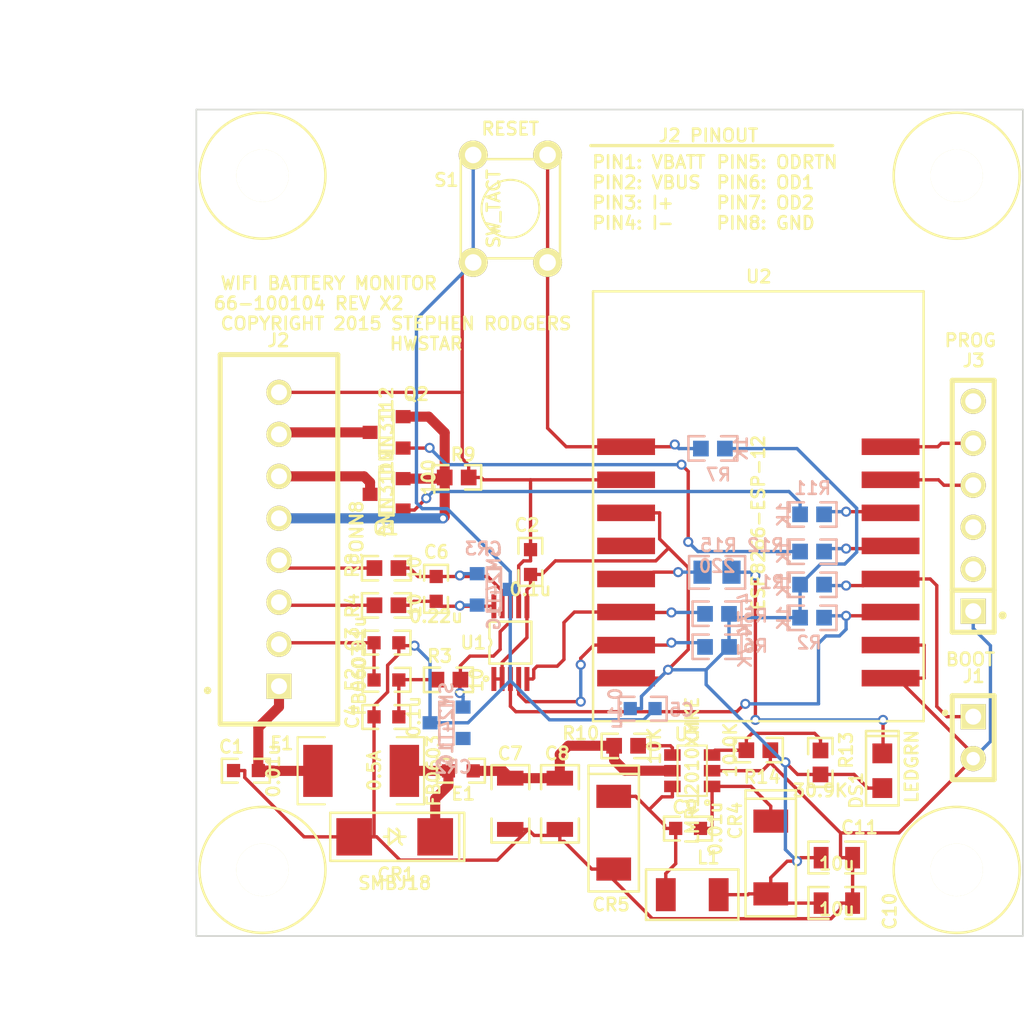
<source format=kicad_pcb>
(kicad_pcb (version 20171130) (host pcbnew "(5.1.12)-1")

  (general
    (thickness 1.6)
    (drawings 19)
    (tracks 369)
    (zones 0)
    (modules 49)
    (nets 38)
  )

  (page A4)
  (layers
    (0 F.Cu signal)
    (31 B.Cu signal hide)
    (32 B.Adhes user)
    (33 F.Adhes user)
    (34 B.Paste user)
    (35 F.Paste user)
    (36 B.SilkS user)
    (37 F.SilkS user)
    (38 B.Mask user)
    (39 F.Mask user)
    (40 Dwgs.User user)
    (41 Cmts.User user)
    (42 Eco1.User user)
    (43 Eco2.User user)
    (44 Edge.Cuts user)
    (45 Margin user)
    (46 B.CrtYd user)
    (47 F.CrtYd user)
    (48 B.Fab user)
    (49 F.Fab user)
  )

  (setup
    (last_trace_width 0.2032)
    (trace_clearance 0.1778)
    (zone_clearance 0.2032)
    (zone_45_only no)
    (trace_min 0.2032)
    (via_size 0.6096)
    (via_drill 0.3556)
    (via_min_size 0.5842)
    (via_min_drill 0.3556)
    (uvia_size 0.3048)
    (uvia_drill 0.127)
    (uvias_allowed no)
    (uvia_min_size 0)
    (uvia_min_drill 0)
    (edge_width 0.1)
    (segment_width 0.2)
    (pcb_text_width 0.1524)
    (pcb_text_size 0.762 0.762)
    (mod_edge_width 0.1524)
    (mod_text_size 0.762 0.762)
    (mod_text_width 0.1524)
    (pad_size 2.16 2.26)
    (pad_drill 0)
    (pad_to_mask_clearance 0)
    (aux_axis_origin 124 106)
    (visible_elements 7FFFFFFF)
    (pcbplotparams
      (layerselection 0x010f0_80000001)
      (usegerberextensions true)
      (usegerberattributes true)
      (usegerberadvancedattributes true)
      (creategerberjobfile true)
      (excludeedgelayer true)
      (linewidth 0.100000)
      (plotframeref false)
      (viasonmask false)
      (mode 1)
      (useauxorigin false)
      (hpglpennumber 1)
      (hpglpenspeed 20)
      (hpglpendiameter 15.000000)
      (psnegative false)
      (psa4output false)
      (plotreference true)
      (plotvalue false)
      (plotinvisibletext false)
      (padsonsilk false)
      (subtractmaskfromsilk false)
      (outputformat 1)
      (mirror false)
      (drillshape 0)
      (scaleselection 1)
      (outputdirectory "/home/srodgers/projects/kicad/battery-monitor/66-100104/"))
  )

  (net 0 "")
  (net 1 /VBIN)
  (net 2 GND)
  (net 3 +3.3V)
  (net 4 "Net-(C3-Pad1)")
  (net 5 "Net-(C4-Pad1)")
  (net 6 /VIN+)
  (net 7 /VIN-)
  (net 8 VBATT)
  (net 9 /VBOOST)
  (net 10 /VSW)
  (net 11 /VBINF)
  (net 12 "Net-(CR2-Pad2)")
  (net 13 /VBUS)
  (net 14 "Net-(DS1-Pad2)")
  (net 15 "Net-(J1-Pad1)")
  (net 16 "Net-(J2-Pad3)")
  (net 17 "Net-(J2-Pad4)")
  (net 18 /ODRTN)
  (net 19 /OD1)
  (net 20 /OD2)
  (net 21 "Net-(J3-Pad2)")
  (net 22 "Net-(J3-Pad3)")
  (net 23 /RXD)
  (net 24 /TXD)
  (net 25 "Net-(J3-Pad6)")
  (net 26 "Net-(Q1-Pad1)")
  (net 27 "Net-(Q2-Pad1)")
  (net 28 /ALERT)
  (net 29 /SCL)
  (net 30 /SDA)
  (net 31 "Net-(R7-Pad2)")
  (net 32 "Net-(R10-Pad1)")
  (net 33 /OUT1)
  (net 34 /OUT2)
  (net 35 /VFB)
  (net 36 /CONNLED)
  (net 37 "Net-(U2-Pad4)")

  (net_class Default "This is the default net class."
    (clearance 0.1778)
    (trace_width 0.2032)
    (via_dia 0.6096)
    (via_drill 0.3556)
    (uvia_dia 0.3048)
    (uvia_drill 0.127)
    (add_net +3.3V)
    (add_net /ALERT)
    (add_net /CONNLED)
    (add_net /OUT1)
    (add_net /OUT2)
    (add_net /RXD)
    (add_net /SCL)
    (add_net /SDA)
    (add_net /TXD)
    (add_net /VBOOST)
    (add_net /VBUS)
    (add_net /VFB)
    (add_net /VIN+)
    (add_net /VIN-)
    (add_net /VSW)
    (add_net GND)
    (add_net "Net-(C3-Pad1)")
    (add_net "Net-(C4-Pad1)")
    (add_net "Net-(CR2-Pad2)")
    (add_net "Net-(DS1-Pad2)")
    (add_net "Net-(J1-Pad1)")
    (add_net "Net-(J2-Pad3)")
    (add_net "Net-(J2-Pad4)")
    (add_net "Net-(J3-Pad2)")
    (add_net "Net-(J3-Pad3)")
    (add_net "Net-(J3-Pad6)")
    (add_net "Net-(Q1-Pad1)")
    (add_net "Net-(Q2-Pad1)")
    (add_net "Net-(R10-Pad1)")
    (add_net "Net-(R7-Pad2)")
    (add_net "Net-(U2-Pad4)")
  )

  (net_class Power ""
    (clearance 0.1778)
    (trace_width 0.6096)
    (via_dia 0.6096)
    (via_drill 0.3556)
    (uvia_dia 0.3048)
    (uvia_drill 0.127)
    (add_net /OD1)
    (add_net /OD2)
    (add_net /ODRTN)
    (add_net /VBIN)
    (add_net /VBINF)
    (add_net VBATT)
  )

  (module mods:CC0603 (layer F.Cu) (tedit 5590630E) (tstamp 558F81A6)
    (at 123 100 180)
    (path /558F051D)
    (attr smd)
    (fp_text reference C1 (at 0.8768 1.448) (layer F.SilkS)
      (effects (font (size 0.762 0.762) (thickness 0.1524)))
    )
    (fp_text value 0.01u (at -1.651 0 270) (layer F.SilkS)
      (effects (font (size 0.762 0.762) (thickness 0.1524)))
    )
    (fp_line (start -1.445 0.72024) (end -1.445 -0.72024) (layer F.SilkS) (width 0.1524))
    (fp_line (start 1.455 -0.72024) (end 1.455 0.72024) (layer F.SilkS) (width 0.1524))
    (fp_line (start -1.445 -0.72024) (end -0.49538 -0.72024) (layer F.SilkS) (width 0.1524))
    (fp_line (start 0.50538 -0.72024) (end 1.455 -0.72024) (layer F.SilkS) (width 0.1524))
    (fp_line (start -0.49538 0.72024) (end -1.445 0.72024) (layer F.SilkS) (width 0.1524))
    (fp_line (start 0.50538 0.72024) (end 1.455 0.72024) (layer F.SilkS) (width 0.1524))
    (pad 1 smd rect (at -0.75 0.01 180) (size 0.8 0.8) (layers F.Cu F.Paste F.Mask)
      (net 1 /VBIN))
    (pad 2 smd rect (at 0.75 0.01 180) (size 0.8 0.8) (layers F.Cu F.Paste F.Mask)
      (net 2 GND))
    (model smd\capacitors\C0603.wrl
      (offset (xyz 0 0 0.02539999961853028))
      (scale (xyz 0.5 0.5 0.5))
      (rotate (xyz 0 0 0))
    )
  )

  (module mods:CC0603 (layer F.Cu) (tedit 559062A0) (tstamp 558F81B2)
    (at 140.208 87.376 90)
    (path /558F3C3E)
    (attr smd)
    (fp_text reference C2 (at 2.2352 -0.2032 180) (layer F.SilkS)
      (effects (font (size 0.762 0.762) (thickness 0.1524)))
    )
    (fp_text value 0.1u (at -1.651 0 180) (layer F.SilkS)
      (effects (font (size 0.762 0.762) (thickness 0.1524)))
    )
    (fp_line (start -1.445 0.72024) (end -1.445 -0.72024) (layer F.SilkS) (width 0.1524))
    (fp_line (start 1.455 -0.72024) (end 1.455 0.72024) (layer F.SilkS) (width 0.1524))
    (fp_line (start -1.445 -0.72024) (end -0.49538 -0.72024) (layer F.SilkS) (width 0.1524))
    (fp_line (start 0.50538 -0.72024) (end 1.455 -0.72024) (layer F.SilkS) (width 0.1524))
    (fp_line (start -0.49538 0.72024) (end -1.445 0.72024) (layer F.SilkS) (width 0.1524))
    (fp_line (start 0.50538 0.72024) (end 1.455 0.72024) (layer F.SilkS) (width 0.1524))
    (pad 1 smd rect (at -0.75 0.01 90) (size 0.8 0.8) (layers F.Cu F.Paste F.Mask)
      (net 3 +3.3V))
    (pad 2 smd rect (at 0.75 0.01 90) (size 0.8 0.8) (layers F.Cu F.Paste F.Mask)
      (net 2 GND))
    (model smd\capacitors\C0603.wrl
      (offset (xyz 0 0 0.02539999961853028))
      (scale (xyz 0.5 0.5 0.5))
      (rotate (xyz 0 0 0))
    )
  )

  (module mods:CC0603 (layer F.Cu) (tedit 559062EA) (tstamp 558F81BE)
    (at 131.5 92.25)
    (path /558F003C)
    (attr smd)
    (fp_text reference C3 (at -2.0616 -0.2004 270) (layer F.SilkS)
      (effects (font (size 0.762 0.762) (thickness 0.1524)))
    )
    (fp_text value 0.01u (at -1.651 0 90) (layer F.SilkS)
      (effects (font (size 0.762 0.762) (thickness 0.1524)))
    )
    (fp_line (start -1.445 0.72024) (end -1.445 -0.72024) (layer F.SilkS) (width 0.1524))
    (fp_line (start 1.455 -0.72024) (end 1.455 0.72024) (layer F.SilkS) (width 0.1524))
    (fp_line (start -1.445 -0.72024) (end -0.49538 -0.72024) (layer F.SilkS) (width 0.1524))
    (fp_line (start 0.50538 -0.72024) (end 1.455 -0.72024) (layer F.SilkS) (width 0.1524))
    (fp_line (start -0.49538 0.72024) (end -1.445 0.72024) (layer F.SilkS) (width 0.1524))
    (fp_line (start 0.50538 0.72024) (end 1.455 0.72024) (layer F.SilkS) (width 0.1524))
    (pad 1 smd rect (at -0.75 0.01) (size 0.8 0.8) (layers F.Cu F.Paste F.Mask)
      (net 4 "Net-(C3-Pad1)"))
    (pad 2 smd rect (at 0.75 0.01) (size 0.8 0.8) (layers F.Cu F.Paste F.Mask)
      (net 2 GND))
    (model smd\capacitors\C0603.wrl
      (offset (xyz 0 0 0.02539999961853028))
      (scale (xyz 0.5 0.5 0.5))
      (rotate (xyz 0 0 0))
    )
  )

  (module mods:CC0603 (layer F.Cu) (tedit 55906336) (tstamp 558F81CA)
    (at 131.5 96.75 180)
    (path /558EFDEA)
    (attr smd)
    (fp_text reference C4 (at 2.0616 0.0268 270) (layer F.SilkS)
      (effects (font (size 0.762 0.762) (thickness 0.1524)))
    )
    (fp_text value 0.1u (at -1.651 0 270) (layer F.SilkS)
      (effects (font (size 0.762 0.762) (thickness 0.1524)))
    )
    (fp_line (start -1.445 0.72024) (end -1.445 -0.72024) (layer F.SilkS) (width 0.1524))
    (fp_line (start 1.455 -0.72024) (end 1.455 0.72024) (layer F.SilkS) (width 0.1524))
    (fp_line (start -1.445 -0.72024) (end -0.49538 -0.72024) (layer F.SilkS) (width 0.1524))
    (fp_line (start 0.50538 -0.72024) (end 1.455 -0.72024) (layer F.SilkS) (width 0.1524))
    (fp_line (start -0.49538 0.72024) (end -1.445 0.72024) (layer F.SilkS) (width 0.1524))
    (fp_line (start 0.50538 0.72024) (end 1.455 0.72024) (layer F.SilkS) (width 0.1524))
    (pad 1 smd rect (at -0.75 0.01 180) (size 0.8 0.8) (layers F.Cu F.Paste F.Mask)
      (net 5 "Net-(C4-Pad1)"))
    (pad 2 smd rect (at 0.75 0.01 180) (size 0.8 0.8) (layers F.Cu F.Paste F.Mask)
      (net 2 GND))
    (model smd\capacitors\C0603.wrl
      (offset (xyz 0 0 0.02539999961853028))
      (scale (xyz 0.5 0.5 0.5))
      (rotate (xyz 0 0 0))
    )
  )

  (module mods:CC0603 (layer B.Cu) (tedit 5590623A) (tstamp 558F81D6)
    (at 147 96.25)
    (path /558F204C)
    (attr smd)
    (fp_text reference C5 (at 2.352 0.0668) (layer B.SilkS)
      (effects (font (size 0.762 0.762) (thickness 0.1524)) (justify mirror))
    )
    (fp_text value 0.1u (at -1.651 0 270) (layer B.SilkS)
      (effects (font (size 0.762 0.762) (thickness 0.1524)) (justify mirror))
    )
    (fp_line (start -1.445 -0.72024) (end -1.445 0.72024) (layer B.SilkS) (width 0.1524))
    (fp_line (start 1.455 0.72024) (end 1.455 -0.72024) (layer B.SilkS) (width 0.1524))
    (fp_line (start -1.445 0.72024) (end -0.49538 0.72024) (layer B.SilkS) (width 0.1524))
    (fp_line (start 0.50538 0.72024) (end 1.455 0.72024) (layer B.SilkS) (width 0.1524))
    (fp_line (start -0.49538 -0.72024) (end -1.445 -0.72024) (layer B.SilkS) (width 0.1524))
    (fp_line (start 0.50538 -0.72024) (end 1.455 -0.72024) (layer B.SilkS) (width 0.1524))
    (pad 1 smd rect (at -0.75 -0.01) (size 0.8 0.8) (layers B.Cu B.Paste B.Mask)
      (net 3 +3.3V))
    (pad 2 smd rect (at 0.75 -0.01) (size 0.8 0.8) (layers B.Cu B.Paste B.Mask)
      (net 2 GND))
    (model smd\capacitors\C0603.wrl
      (offset (xyz 0 0 0.02539999961853028))
      (scale (xyz 0.5 0.5 0.5))
      (rotate (xyz 0 0 0))
    )
  )

  (module mods:CC0603 (layer F.Cu) (tedit 559062A3) (tstamp 558F81E2)
    (at 134.5 89 90)
    (path /558F4EF7)
    (attr smd)
    (fp_text reference C6 (at 2.2336 0.0184 180) (layer F.SilkS)
      (effects (font (size 0.762 0.762) (thickness 0.1524)))
    )
    (fp_text value 0.22u (at -1.651 0 180) (layer F.SilkS)
      (effects (font (size 0.762 0.762) (thickness 0.1524)))
    )
    (fp_line (start -1.445 0.72024) (end -1.445 -0.72024) (layer F.SilkS) (width 0.1524))
    (fp_line (start 1.455 -0.72024) (end 1.455 0.72024) (layer F.SilkS) (width 0.1524))
    (fp_line (start -1.445 -0.72024) (end -0.49538 -0.72024) (layer F.SilkS) (width 0.1524))
    (fp_line (start 0.50538 -0.72024) (end 1.455 -0.72024) (layer F.SilkS) (width 0.1524))
    (fp_line (start -0.49538 0.72024) (end -1.445 0.72024) (layer F.SilkS) (width 0.1524))
    (fp_line (start 0.50538 0.72024) (end 1.455 0.72024) (layer F.SilkS) (width 0.1524))
    (pad 1 smd rect (at -0.75 0.01 90) (size 0.8 0.8) (layers F.Cu F.Paste F.Mask)
      (net 6 /VIN+))
    (pad 2 smd rect (at 0.75 0.01 90) (size 0.8 0.8) (layers F.Cu F.Paste F.Mask)
      (net 7 /VIN-))
    (model smd\capacitors\C0603.wrl
      (offset (xyz 0 0 0.02539999961853028))
      (scale (xyz 0.5 0.5 0.5))
      (rotate (xyz 0 0 0))
    )
  )

  (module mods:CC1206 (layer F.Cu) (tedit 559063DF) (tstamp 558F81EE)
    (at 139 102 270)
    (path /558DEF98)
    (attr smd)
    (fp_text reference C7 (at -3.0416 0.0112) (layer F.SilkS)
      (effects (font (size 0.762 0.762) (thickness 0.1524)))
    )
    (fp_text value 10u (at 0 0 270) (layer F.SilkS) hide
      (effects (font (size 0.762 0.762) (thickness 0.1524)))
    )
    (fp_line (start -0.884 -1.143) (end -2.335 -1.143) (layer F.SilkS) (width 0.1524))
    (fp_line (start 2.345 1.143) (end 0.894 1.143) (layer F.SilkS) (width 0.1524))
    (fp_line (start 2.345 -1.143) (end 2.345 1.143) (layer F.SilkS) (width 0.1524))
    (fp_line (start 0.894 -1.143) (end 2.345 -1.143) (layer F.SilkS) (width 0.1524))
    (fp_line (start -2.335 1.143) (end -0.884 1.143) (layer F.SilkS) (width 0.1524))
    (fp_line (start -2.335 -1.143) (end -2.335 1.143) (layer F.SilkS) (width 0.1524))
    (pad 1 smd rect (at -1.55 0.01 270) (size 0.9 1.6) (layers F.Cu F.Paste F.Mask)
      (net 8 VBATT))
    (pad 2 smd rect (at 1.55 0.01 270) (size 0.9 1.6) (layers F.Cu F.Paste F.Mask)
      (net 2 GND) (zone_connect 2))
    (model smd/chip_cms.wrl
      (at (xyz 0 0 0))
      (scale (xyz 0.17 0.16 0.16))
      (rotate (xyz 0 0 0))
    )
  )

  (module mods:CC1206 (layer F.Cu) (tedit 7FFFFFFF) (tstamp 558F81FA)
    (at 142 102 270)
    (path /558DEE3A)
    (attr smd)
    (fp_text reference C8 (at -3.0416 0.1664) (layer F.SilkS)
      (effects (font (size 0.762 0.762) (thickness 0.1524)))
    )
    (fp_text value 10u (at 0 0 270) (layer F.SilkS) hide
      (effects (font (size 0.762 0.762) (thickness 0.1524)))
    )
    (fp_line (start -0.884 -1.143) (end -2.335 -1.143) (layer F.SilkS) (width 0.1524))
    (fp_line (start 2.345 1.143) (end 0.894 1.143) (layer F.SilkS) (width 0.1524))
    (fp_line (start 2.345 -1.143) (end 2.345 1.143) (layer F.SilkS) (width 0.1524))
    (fp_line (start 0.894 -1.143) (end 2.345 -1.143) (layer F.SilkS) (width 0.1524))
    (fp_line (start -2.335 1.143) (end -0.884 1.143) (layer F.SilkS) (width 0.1524))
    (fp_line (start -2.335 -1.143) (end -2.335 1.143) (layer F.SilkS) (width 0.1524))
    (pad 1 smd rect (at -1.55 0.01 270) (size 0.9 1.6) (layers F.Cu F.Paste F.Mask)
      (net 8 VBATT))
    (pad 2 smd rect (at 1.55 0.01 270) (size 0.9 1.6) (layers F.Cu F.Paste F.Mask)
      (net 2 GND) (zone_connect 2))
    (model smd/chip_cms.wrl
      (at (xyz 0 0 0))
      (scale (xyz 0.17 0.16 0.16))
      (rotate (xyz 0 0 0))
    )
  )

  (module mods:CC0603 (layer F.Cu) (tedit 559063CE) (tstamp 558F8206)
    (at 149.75 103.5 180)
    (path /558DD374)
    (attr smd)
    (fp_text reference C9 (at 0.1948 1.2904) (layer F.SilkS)
      (effects (font (size 0.762 0.762) (thickness 0.1524)))
    )
    (fp_text value 0.01u (at -1.651 0 270) (layer F.SilkS)
      (effects (font (size 0.762 0.762) (thickness 0.1524)))
    )
    (fp_line (start -1.445 0.72024) (end -1.445 -0.72024) (layer F.SilkS) (width 0.1524))
    (fp_line (start 1.455 -0.72024) (end 1.455 0.72024) (layer F.SilkS) (width 0.1524))
    (fp_line (start -1.445 -0.72024) (end -0.49538 -0.72024) (layer F.SilkS) (width 0.1524))
    (fp_line (start 0.50538 -0.72024) (end 1.455 -0.72024) (layer F.SilkS) (width 0.1524))
    (fp_line (start -0.49538 0.72024) (end -1.445 0.72024) (layer F.SilkS) (width 0.1524))
    (fp_line (start 0.50538 0.72024) (end 1.455 0.72024) (layer F.SilkS) (width 0.1524))
    (pad 1 smd rect (at -0.75 0.01 180) (size 0.8 0.8) (layers F.Cu F.Paste F.Mask)
      (net 9 /VBOOST))
    (pad 2 smd rect (at 0.75 0.01 180) (size 0.8 0.8) (layers F.Cu F.Paste F.Mask)
      (net 10 /VSW))
    (model smd\capacitors\C0603.wrl
      (offset (xyz 0 0 0.02539999961853028))
      (scale (xyz 0.5 0.5 0.5))
      (rotate (xyz 0 0 0))
    )
  )

  (module mods:CC0805 (layer F.Cu) (tedit 559063A5) (tstamp 558F8212)
    (at 158.75 108)
    (path /558DD611)
    (attr smd)
    (fp_text reference C10 (at 3.2004 0.5088 90) (layer F.SilkS)
      (effects (font (size 0.762 0.762) (thickness 0.1524)))
    )
    (fp_text value 10u (at 0 0.381) (layer F.SilkS)
      (effects (font (size 0.762 0.762) (thickness 0.1524)))
    )
    (fp_line (start 1.729 0.962) (end 0.513 0.962) (layer F.SilkS) (width 0.1524))
    (fp_line (start 1.729 -0.962) (end 1.729 0.962) (layer F.SilkS) (width 0.1524))
    (fp_line (start 0.513 -0.962) (end 1.729 -0.962) (layer F.SilkS) (width 0.1524))
    (fp_line (start -1.719 -0.962) (end -0.503 -0.962) (layer F.SilkS) (width 0.1524))
    (fp_line (start -1.719 0.962) (end -1.719 -0.962) (layer F.SilkS) (width 0.1524))
    (fp_line (start -0.503 0.962) (end -1.719 0.962) (layer F.SilkS) (width 0.1524))
    (pad 1 smd rect (at -0.9525 0.01) (size 0.9 1.3) (layers F.Cu F.Paste F.Mask)
      (net 3 +3.3V))
    (pad 2 smd rect (at 0.9525 0.01) (size 0.9 1.3) (layers F.Cu F.Paste F.Mask)
      (net 2 GND) (zone_connect 2))
    (model smd/chip_cms.wrl
      (at (xyz 0 0 0))
      (scale (xyz 0.1 0.1 0.1))
      (rotate (xyz 0 0 0))
    )
  )

  (module mods:CC0805 (layer F.Cu) (tedit 5590637C) (tstamp 558F821E)
    (at 158.75 105.25)
    (path /558DD76F)
    (attr smd)
    (fp_text reference C11 (at 1.3716 -1.8212) (layer F.SilkS)
      (effects (font (size 0.762 0.762) (thickness 0.1524)))
    )
    (fp_text value 10u (at 0 0.381) (layer F.SilkS)
      (effects (font (size 0.762 0.762) (thickness 0.1524)))
    )
    (fp_line (start 1.729 0.962) (end 0.513 0.962) (layer F.SilkS) (width 0.1524))
    (fp_line (start 1.729 -0.962) (end 1.729 0.962) (layer F.SilkS) (width 0.1524))
    (fp_line (start 0.513 -0.962) (end 1.729 -0.962) (layer F.SilkS) (width 0.1524))
    (fp_line (start -1.719 -0.962) (end -0.503 -0.962) (layer F.SilkS) (width 0.1524))
    (fp_line (start -1.719 0.962) (end -1.719 -0.962) (layer F.SilkS) (width 0.1524))
    (fp_line (start -0.503 0.962) (end -1.719 0.962) (layer F.SilkS) (width 0.1524))
    (pad 1 smd rect (at -0.9525 0.01) (size 0.9 1.3) (layers F.Cu F.Paste F.Mask)
      (net 3 +3.3V))
    (pad 2 smd rect (at 0.9525 0.01) (size 0.9 1.3) (layers F.Cu F.Paste F.Mask)
      (net 2 GND) (zone_connect 2))
    (model smd/chip_cms.wrl
      (at (xyz 0 0 0))
      (scale (xyz 0.1 0.1 0.1))
      (rotate (xyz 0 0 0))
    )
  )

  (module mods:SMB-SAR (layer F.Cu) (tedit 55906323) (tstamp 558F8233)
    (at 132 104)
    (descr "DO-214AC (SMA)  PACKAGE.")
    (tags "DO-214AC SMA")
    (path /558F13B4)
    (attr smd)
    (fp_text reference CR1 (at 0.08 2.2736 180) (layer F.SilkS)
      (effects (font (size 0.762 0.762) (thickness 0.1524)))
    )
    (fp_text value SMBJ18 (at 0 2.79908) (layer F.SilkS)
      (effects (font (size 0.762 0.762) (thickness 0.1524)))
    )
    (fp_line (start 0.278 -0.01) (end 0.65 -0.01) (layer F.SilkS) (width 0.1524))
    (fp_line (start 0.278 0.3075) (end 0.43548 0.46498) (layer F.SilkS) (width 0.1524))
    (fp_line (start 0.278 -0.01) (end 0.278 0.3075) (layer F.SilkS) (width 0.1524))
    (fp_line (start 0.278 -0.3275) (end 0.12052 -0.48498) (layer F.SilkS) (width 0.1524))
    (fp_line (start 0.278 -0.01) (end 0.278 -0.3275) (layer F.SilkS) (width 0.1524))
    (fp_line (start -0.357 0.46498) (end 0.278 -0.01) (layer F.SilkS) (width 0.1524))
    (fp_line (start -0.357 -0.01) (end -0.357 0.46498) (layer F.SilkS) (width 0.1524))
    (fp_line (start -0.357 -0.48498) (end -0.357 -0.01) (layer F.SilkS) (width 0.1524))
    (fp_line (start 0.278 -0.01) (end -0.357 -0.48498) (layer F.SilkS) (width 0.1524))
    (fp_line (start -3.9 1.454) (end 4.2 1.454) (layer F.SilkS) (width 0.1524))
    (fp_line (start -3.9 -1.454) (end 4.2 -1.454) (layer F.SilkS) (width 0.1524))
    (fp_line (start -0.4 -0.01) (end -0.65 -0.01) (layer F.SilkS) (width 0.1524))
    (fp_line (start -3.8998 -1.454) (end -3.8998 1.454) (layer F.SilkS) (width 0.15))
    (fp_line (start 4.2096 -1.454) (end 4.2096 1.454) (layer F.SilkS) (width 0.15))
    (fp_line (start 3.9 -1.454) (end 3.9 1.454) (layer F.SilkS) (width 0.15))
    (pad 1 smd rect (at -2.45 0) (size 2.16 2.26) (layers F.Cu F.Paste F.Mask)
      (net 2 GND) (zone_connect 2))
    (pad 2 smd rect (at 2.45 0) (size 2.16 2.26) (layers F.Cu F.Paste F.Mask)
      (net 11 /VBINF))
    (model smd/do214.wrl
      (at (xyz 0 0 0))
      (scale (xyz 0.95 0.95 0.95))
      (rotate (xyz 0 0 0))
    )
  )

  (module mods:SOT23-3-SAR (layer B.Cu) (tedit 55906254) (tstamp 558F823E)
    (at 135.128 97.1296 270)
    (tags SOT23)
    (path /558EF8F4)
    (fp_text reference CR2 (at 2.6416 -0.4064 180) (layer B.SilkS)
      (effects (font (size 0.762 0.762) (thickness 0.1524)) (justify mirror))
    )
    (fp_text value SM24T1G (at 0.0635 0 270) (layer B.SilkS)
      (effects (font (size 0.762 0.762) (thickness 0.1524)) (justify mirror))
    )
    (fp_line (start -1.3035 0.43) (end 1.3 0.43) (layer B.SilkS) (width 0.1524))
    (fp_line (start 1.3 -0.43) (end -1.3035 -0.43) (layer B.SilkS) (width 0.1524))
    (fp_line (start -1.3035 0.43) (end -1.3035 -0.43) (layer B.SilkS) (width 0.1524))
    (fp_line (start 1.3 0.43) (end 1.3 -0.43) (layer B.SilkS) (width 0.1524))
    (pad 3 smd rect (at -0.03 0.99 270) (size 0.8 0.9) (layers B.Cu B.Paste B.Mask)
      (net 2 GND))
    (pad 2 smd rect (at 0.92 -1.01 270) (size 0.8 0.9) (layers B.Cu B.Paste B.Mask)
      (net 12 "Net-(CR2-Pad2)"))
    (pad 1 smd rect (at -0.98 -1.01 270) (size 0.8 0.9) (layers B.Cu B.Paste B.Mask)
      (net 13 /VBUS))
    (model smd\SOT23_3.wrl
      (at (xyz 0 0 0))
      (scale (xyz 0.4 0.4 0.4))
      (rotate (xyz 0 0 180))
    )
  )

  (module mods:SOT23-3-SAR (layer B.Cu) (tedit 5590625B) (tstamp 558F8249)
    (at 138 89 90)
    (tags SOT23)
    (path /558F4F7C)
    (fp_text reference CR3 (at 2.4368 -0.6368) (layer B.SilkS)
      (effects (font (size 0.762 0.762) (thickness 0.1524)) (justify mirror))
    )
    (fp_text value SM24T1G (at 0.0635 0 90) (layer B.SilkS)
      (effects (font (size 0.762 0.762) (thickness 0.1524)) (justify mirror))
    )
    (fp_line (start -1.3035 0.43) (end 1.3 0.43) (layer B.SilkS) (width 0.1524))
    (fp_line (start 1.3 -0.43) (end -1.3035 -0.43) (layer B.SilkS) (width 0.1524))
    (fp_line (start -1.3035 0.43) (end -1.3035 -0.43) (layer B.SilkS) (width 0.1524))
    (fp_line (start 1.3 0.43) (end 1.3 -0.43) (layer B.SilkS) (width 0.1524))
    (pad 3 smd rect (at -0.03 0.99 90) (size 0.8 0.9) (layers B.Cu B.Paste B.Mask)
      (net 2 GND))
    (pad 2 smd rect (at 0.92 -1.01 90) (size 0.8 0.9) (layers B.Cu B.Paste B.Mask)
      (net 7 /VIN-))
    (pad 1 smd rect (at -0.98 -1.01 90) (size 0.8 0.9) (layers B.Cu B.Paste B.Mask)
      (net 6 /VIN+))
    (model smd\SOT23_3.wrl
      (at (xyz 0 0 0))
      (scale (xyz 0.4 0.4 0.4))
      (rotate (xyz 0 0 180))
    )
  )

  (module mods:M-FLAT-SAR (layer F.Cu) (tedit 55906381) (tstamp 558F8256)
    (at 154.75 105.25 90)
    (path /558F85DF)
    (fp_text reference CR4 (at 2.2276 -2.1468 90) (layer F.SilkS)
      (effects (font (size 0.762 0.762) (thickness 0.1524)))
    )
    (fp_text value CMS06 (at 0 -3.556 90) (layer F.Fab)
      (effects (font (size 1 1) (thickness 0.15)))
    )
    (fp_line (start -3.556 1.524) (end -3.556 -1.524) (layer F.SilkS) (width 0.15))
    (fp_line (start 3.556 1.524) (end -3.556 1.524) (layer F.SilkS) (width 0.15))
    (fp_line (start 3.556 -1.524) (end 3.556 1.524) (layer F.SilkS) (width 0.15))
    (fp_line (start -3.556 -1.524) (end 3.556 -1.524) (layer F.SilkS) (width 0.15))
    (fp_line (start 4.064 -1.524) (end 3.556 -1.524) (layer F.SilkS) (width 0.15))
    (fp_line (start 4.064 1.524) (end 4.064 -1.524) (layer F.SilkS) (width 0.15))
    (fp_line (start 3.556 1.524) (end 4.064 1.524) (layer F.SilkS) (width 0.15))
    (pad 2 smd rect (at 2.2 0 90) (size 1.4 2.1) (layers F.Cu F.Paste F.Mask)
      (net 9 /VBOOST))
    (pad 1 smd rect (at -2.2 0 90) (size 1.4 2.1) (layers F.Cu F.Paste F.Mask)
      (net 3 +3.3V))
  )

  (module mods:M-FLAT-SAR (layer F.Cu) (tedit 559063BF) (tstamp 558F8263)
    (at 145.25 103.75 90)
    (path /558F8B03)
    (fp_text reference CR5 (at -4.3524 -0.1652 180) (layer F.SilkS)
      (effects (font (size 0.762 0.762) (thickness 0.1524)))
    )
    (fp_text value CMS06 (at 0 -3.556 90) (layer F.Fab)
      (effects (font (size 1 1) (thickness 0.15)))
    )
    (fp_line (start -3.556 1.524) (end -3.556 -1.524) (layer F.SilkS) (width 0.15))
    (fp_line (start 3.556 1.524) (end -3.556 1.524) (layer F.SilkS) (width 0.15))
    (fp_line (start 3.556 -1.524) (end 3.556 1.524) (layer F.SilkS) (width 0.15))
    (fp_line (start -3.556 -1.524) (end 3.556 -1.524) (layer F.SilkS) (width 0.15))
    (fp_line (start 4.064 -1.524) (end 3.556 -1.524) (layer F.SilkS) (width 0.15))
    (fp_line (start 4.064 1.524) (end 4.064 -1.524) (layer F.SilkS) (width 0.15))
    (fp_line (start 3.556 1.524) (end 4.064 1.524) (layer F.SilkS) (width 0.15))
    (pad 2 smd rect (at 2.2 0 90) (size 1.4 2.1) (layers F.Cu F.Paste F.Mask)
      (net 10 /VSW))
    (pad 1 smd rect (at -2.2 0 90) (size 1.4 2.1) (layers F.Cu F.Paste F.Mask)
      (net 2 GND) (zone_connect 2))
  )

  (module mods:LED0805 (layer F.Cu) (tedit 55907F35) (tstamp 558F826E)
    (at 161.5 100 90)
    (path /558F7BA8)
    (attr smd)
    (fp_text reference DS1 (at -1.1936 -1.5816 90) (layer F.SilkS)
      (effects (font (size 0.762 0.762) (thickness 0.1524)))
    )
    (fp_text value LEDGRN (at 0.254 1.778 90) (layer F.SilkS)
      (effects (font (size 0.762 0.762) (thickness 0.1524)))
    )
    (fp_line (start 2.1 -0.985) (end 2.1 0.985) (layer F.SilkS) (width 0.1524))
    (fp_line (start -2.1 0.985) (end -2.1 -0.985) (layer F.SilkS) (width 0.1524))
    (fp_line (start 2.4 0.985) (end 2.4 -0.985) (layer F.SilkS) (width 0.1524))
    (fp_line (start 2.4 -0.985) (end -2.1 -0.985) (layer F.SilkS) (width 0.15))
    (fp_line (start 2.4 0.985) (end -2.1 0.985) (layer F.SilkS) (width 0.15))
    (pad 1 smd rect (at -1.05 0 90) (size 1.2 1.2) (layers F.Cu F.Paste F.Mask)
      (net 3 +3.3V))
    (pad 2 smd rect (at 1.05 0 90) (size 1.2 1.2) (layers F.Cu F.Paste F.Mask)
      (net 14 "Net-(DS1-Pad2)"))
    (model smd/chip_cms.wrl
      (at (xyz 0 0 0))
      (scale (xyz 0.1 0.1 0.1))
      (rotate (xyz 0 0 0))
    )
  )

  (module mods:CC0603 (layer F.Cu) (tedit 55906329) (tstamp 558F827A)
    (at 136 100)
    (path /558F08CB)
    (attr smd)
    (fp_text reference E1 (at 0.144 1.3968 180) (layer F.SilkS)
      (effects (font (size 0.762 0.762) (thickness 0.1524)))
    )
    (fp_text value FB0603 (at -1.651 0 90) (layer F.SilkS)
      (effects (font (size 0.762 0.762) (thickness 0.1524)))
    )
    (fp_line (start -1.445 0.72024) (end -1.445 -0.72024) (layer F.SilkS) (width 0.1524))
    (fp_line (start 1.455 -0.72024) (end 1.455 0.72024) (layer F.SilkS) (width 0.1524))
    (fp_line (start -1.445 -0.72024) (end -0.49538 -0.72024) (layer F.SilkS) (width 0.1524))
    (fp_line (start 0.50538 -0.72024) (end 1.455 -0.72024) (layer F.SilkS) (width 0.1524))
    (fp_line (start -0.49538 0.72024) (end -1.445 0.72024) (layer F.SilkS) (width 0.1524))
    (fp_line (start 0.50538 0.72024) (end 1.455 0.72024) (layer F.SilkS) (width 0.1524))
    (pad 1 smd rect (at -0.75 0.01) (size 0.8 0.8) (layers F.Cu F.Paste F.Mask)
      (net 11 /VBINF))
    (pad 2 smd rect (at 0.75 0.01) (size 0.8 0.8) (layers F.Cu F.Paste F.Mask)
      (net 8 VBATT))
    (model smd\capacitors\C0603.wrl
      (offset (xyz 0 0 0.02539999961853028))
      (scale (xyz 0.5 0.5 0.5))
      (rotate (xyz 0 0 0))
    )
  )

  (module mods:CC0603 (layer F.Cu) (tedit 559062D2) (tstamp 558F8286)
    (at 131.5 94.5)
    (path /558EFFA1)
    (attr smd)
    (fp_text reference E2 (at -2.0616 -0.012 270) (layer F.SilkS)
      (effects (font (size 0.762 0.762) (thickness 0.1524)))
    )
    (fp_text value FB0603 (at -1.651 0 90) (layer F.SilkS)
      (effects (font (size 0.762 0.762) (thickness 0.1524)))
    )
    (fp_line (start -1.445 0.72024) (end -1.445 -0.72024) (layer F.SilkS) (width 0.1524))
    (fp_line (start 1.455 -0.72024) (end 1.455 0.72024) (layer F.SilkS) (width 0.1524))
    (fp_line (start -1.445 -0.72024) (end -0.49538 -0.72024) (layer F.SilkS) (width 0.1524))
    (fp_line (start 0.50538 -0.72024) (end 1.455 -0.72024) (layer F.SilkS) (width 0.1524))
    (fp_line (start -0.49538 0.72024) (end -1.445 0.72024) (layer F.SilkS) (width 0.1524))
    (fp_line (start 0.50538 0.72024) (end 1.455 0.72024) (layer F.SilkS) (width 0.1524))
    (pad 1 smd rect (at -0.75 0.01) (size 0.8 0.8) (layers F.Cu F.Paste F.Mask)
      (net 4 "Net-(C3-Pad1)"))
    (pad 2 smd rect (at 0.75 0.01) (size 0.8 0.8) (layers F.Cu F.Paste F.Mask)
      (net 5 "Net-(C4-Pad1)"))
    (model smd\capacitors\C0603.wrl
      (offset (xyz 0 0 0.02539999961853028))
      (scale (xyz 0.5 0.5 0.5))
      (rotate (xyz 0 0 0))
    )
  )

  (module mods:MINISMD1812 (layer F.Cu) (tedit 55906317) (tstamp 558F8292)
    (at 130 100)
    (tags "CMS SM")
    (path /558F0469)
    (attr smd)
    (fp_text reference F1 (at -4.8288 -1.6512 180) (layer F.SilkS)
      (effects (font (size 0.762 0.762) (thickness 0.1524)))
    )
    (fp_text value 0.5A (at 0.762 0 90) (layer F.SilkS)
      (effects (font (size 0.762 0.762) (thickness 0.1524)))
    )
    (fp_line (start -3.875 2.032) (end -2.224 2.032) (layer F.SilkS) (width 0.127))
    (fp_line (start -3.875 -2.032) (end -3.875 2.032) (layer F.SilkS) (width 0.127))
    (fp_line (start -2.224 -2.032) (end -3.875 -2.032) (layer F.SilkS) (width 0.127))
    (fp_line (start 3.775 -2.032) (end 2.124 -2.032) (layer F.SilkS) (width 0.127))
    (fp_line (start 3.775 2.032) (end 3.775 -2.032) (layer F.SilkS) (width 0.127))
    (fp_line (start 2.124 2.032) (end 3.775 2.032) (layer F.SilkS) (width 0.127))
    (pad 1 smd rect (at -2.645 0.01) (size 1.78 3.15) (layers F.Cu F.Paste F.Mask)
      (net 1 /VBIN))
    (pad 2 smd rect (at 2.585 0.01) (size 1.78 3.15) (layers F.Cu F.Paste F.Mask)
      (net 11 /VBINF))
    (model smd/chip_cms.wrl
      (at (xyz 0 0 0))
      (scale (xyz 0.21 0.3 0.2))
      (rotate (xyz 0 0 0))
    )
  )

  (module mods:BERG2 (layer F.Cu) (tedit 5590636A) (tstamp 558F829D)
    (at 167 98 270)
    (descr "Connecteurs 2 pins")
    (tags "CONN DEV")
    (path /558F3A4D)
    (fp_text reference J1 (at -3.7152 -0.0304 180) (layer F.SilkS)
      (effects (font (size 0.762 0.762) (thickness 0.1524)))
    )
    (fp_text value CONN2 (at 0 -2.54 270) (layer F.SilkS) hide
      (effects (font (size 0.762 0.762) (thickness 0.1524)))
    )
    (fp_line (start 2.54 1.27) (end -2.54 1.27) (layer F.SilkS) (width 0.3048))
    (fp_line (start 2.54 -1.27) (end 2.54 1.27) (layer F.SilkS) (width 0.3048))
    (fp_line (start -2.54 -1.27) (end 2.54 -1.27) (layer F.SilkS) (width 0.3048))
    (fp_line (start -2.54 1.27) (end -2.54 -1.27) (layer F.SilkS) (width 0.3048))
    (fp_circle (center -1.5 1.7) (end -1.4 1.7) (layer F.SilkS) (width 0.2))
    (pad 1 thru_hole rect (at -1.27 0 270) (size 1.524 1.524) (drill 0.9652) (layers *.Cu *.Mask F.SilkS)
      (net 15 "Net-(J1-Pad1)"))
    (pad 2 thru_hole circle (at 1.27 0 270) (size 1.524 1.524) (drill 0.8128) (layers *.Cu *.Mask F.SilkS)
      (net 2 GND))
  )

  (module mods:PHOENIX254-8 (layer F.Cu) (tedit 55907676) (tstamp 558F82AE)
    (at 125 86 90)
    (descr "Connecteur 8 pins")
    (tags "CONN DEV")
    (path /558DCFAA)
    (fp_text reference J2 (at 12.0352 -0.032 180) (layer F.SilkS)
      (effects (font (size 0.762 0.762) (thickness 0.1524)))
    )
    (fp_text value CONN8 (at 0.381 4.699 90) (layer F.SilkS)
      (effects (font (size 0.762 0.762) (thickness 0.1524)))
    )
    (fp_line (start -11.176 3.556) (end -11.176 -3.556) (layer F.SilkS) (width 0.3048))
    (fp_line (start 11.176 3.556) (end -11.176 3.556) (layer F.SilkS) (width 0.3048))
    (fp_line (start 11.176 -3.556) (end 11.176 3.556) (layer F.SilkS) (width 0.3048))
    (fp_line (start -11.176 -3.556) (end 11.176 -3.556) (layer F.SilkS) (width 0.3048))
    (fp_circle (center -9.144 -4.318) (end -9.017 -4.318) (layer F.SilkS) (width 0.2))
    (pad 1 thru_hole rect (at -8.89 0 90) (size 1.524 1.524) (drill 0.9652) (layers *.Cu *.Mask F.SilkS)
      (net 1 /VBIN))
    (pad 2 thru_hole circle (at -6.35 0 90) (size 1.524 1.524) (drill 0.9652) (layers *.Cu *.Mask F.SilkS)
      (net 4 "Net-(C3-Pad1)"))
    (pad 3 thru_hole circle (at -3.81 0 90) (size 1.524 1.524) (drill 0.9652) (layers *.Cu *.Mask F.SilkS)
      (net 16 "Net-(J2-Pad3)"))
    (pad 4 thru_hole circle (at -1.27 0 90) (size 1.524 1.524) (drill 0.9652) (layers *.Cu *.Mask F.SilkS)
      (net 17 "Net-(J2-Pad4)"))
    (pad 5 thru_hole circle (at 1.27 0 90) (size 1.524 1.524) (drill 0.9652) (layers *.Cu *.Mask F.SilkS)
      (net 18 /ODRTN))
    (pad 6 thru_hole circle (at 3.81 0 90) (size 1.524 1.524) (drill 0.9652) (layers *.Cu *.Mask F.SilkS)
      (net 19 /OD1))
    (pad 7 thru_hole circle (at 6.35 0 90) (size 1.524 1.524) (drill 0.9652) (layers *.Cu *.Mask F.SilkS)
      (net 20 /OD2))
    (pad 8 thru_hole circle (at 8.89 0 90) (size 1.524 1.524) (drill 0.9652) (layers *.Cu *.Mask F.SilkS)
      (net 2 GND))
  )

  (module mods:BERG6 (layer F.Cu) (tedit 55906360) (tstamp 558F82BE)
    (at 167 84 90)
    (descr "Connector SIP 6 pin")
    (tags "CONN DEV")
    (path /558F86DE)
    (fp_text reference J3 (at 8.816 0.0304 180) (layer F.SilkS)
      (effects (font (size 0.762 0.762) (thickness 0.1524)))
    )
    (fp_text value CONN6 (at 0 2.54 90) (layer F.SilkS) hide
      (effects (font (size 0.762 0.762) (thickness 0.1524)))
    )
    (fp_line (start -5.08 1.27) (end -5.08 -1.27) (layer F.SilkS) (width 0.3048))
    (fp_line (start 7.62 1.27) (end -7.62 1.27) (layer F.SilkS) (width 0.3048))
    (fp_line (start 7.62 -1.27) (end 7.62 1.27) (layer F.SilkS) (width 0.3048))
    (fp_line (start -7.62 -1.27) (end 7.62 -1.27) (layer F.SilkS) (width 0.3048))
    (fp_line (start -7.62 1.27) (end -7.62 -1.27) (layer F.SilkS) (width 0.3048))
    (fp_circle (center -6.604 1.778) (end -6.604 1.905) (layer F.SilkS) (width 0.2286))
    (pad 1 thru_hole rect (at -6.35 0 90) (size 1.524 1.524) (drill 0.9652) (layers *.Cu *.Mask F.SilkS)
      (net 2 GND))
    (pad 2 thru_hole circle (at -3.81 0 90) (size 1.524 1.524) (drill 0.9652) (layers *.Cu *.Mask F.SilkS)
      (net 21 "Net-(J3-Pad2)"))
    (pad 3 thru_hole circle (at -1.27 0 90) (size 1.524 1.524) (drill 0.9652) (layers *.Cu *.Mask F.SilkS)
      (net 22 "Net-(J3-Pad3)"))
    (pad 4 thru_hole circle (at 1.27 0 90) (size 1.524 1.524) (drill 0.9652) (layers *.Cu *.Mask F.SilkS)
      (net 23 /RXD))
    (pad 5 thru_hole circle (at 3.81 0 90) (size 1.524 1.524) (drill 0.9652) (layers *.Cu *.Mask F.SilkS)
      (net 24 /TXD))
    (pad 6 thru_hole circle (at 6.35 0 90) (size 1.524 1.524) (drill 0.9652) (layers *.Cu *.Mask F.SilkS)
      (net 25 "Net-(J3-Pad6)"))
  )

  (module mods:SOT23-3-SAR (layer F.Cu) (tedit 55906295) (tstamp 558F82C9)
    (at 131.5 83.25 90)
    (tags SOT23)
    (path /558F5170)
    (fp_text reference Q1 (at -2.094 -0.0296 180) (layer F.SilkS)
      (effects (font (size 0.762 0.762) (thickness 0.1524)))
    )
    (fp_text value DMN3112 (at 0.0635 0 90) (layer F.SilkS)
      (effects (font (size 0.762 0.762) (thickness 0.1524)))
    )
    (fp_line (start -1.3035 -0.43) (end 1.3 -0.43) (layer F.SilkS) (width 0.1524))
    (fp_line (start 1.3 0.43) (end -1.3035 0.43) (layer F.SilkS) (width 0.1524))
    (fp_line (start -1.3035 -0.43) (end -1.3035 0.43) (layer F.SilkS) (width 0.1524))
    (fp_line (start 1.3 -0.43) (end 1.3 0.43) (layer F.SilkS) (width 0.1524))
    (pad 3 smd rect (at -0.03 -0.99 90) (size 0.8 0.9) (layers F.Cu F.Paste F.Mask)
      (net 19 /OD1))
    (pad 2 smd rect (at 0.92 1.01 90) (size 0.8 0.9) (layers F.Cu F.Paste F.Mask)
      (net 18 /ODRTN))
    (pad 1 smd rect (at -0.98 1.01 90) (size 0.8 0.9) (layers F.Cu F.Paste F.Mask)
      (net 26 "Net-(Q1-Pad1)"))
    (model smd\SOT23_3.wrl
      (at (xyz 0 0 0))
      (scale (xyz 0.4 0.4 0.4))
      (rotate (xyz 0 0 180))
    )
  )

  (module mods:SOT23-3-SAR (layer F.Cu) (tedit 55906285) (tstamp 558F82D4)
    (at 131.5 79.5 90)
    (tags SOT23)
    (path /558F54D8)
    (fp_text reference Q2 (at 2.284 1.7992 180) (layer F.SilkS)
      (effects (font (size 0.762 0.762) (thickness 0.1524)))
    )
    (fp_text value DMN3112 (at 0.0635 0 90) (layer F.SilkS)
      (effects (font (size 0.762 0.762) (thickness 0.1524)))
    )
    (fp_line (start -1.3035 -0.43) (end 1.3 -0.43) (layer F.SilkS) (width 0.1524))
    (fp_line (start 1.3 0.43) (end -1.3035 0.43) (layer F.SilkS) (width 0.1524))
    (fp_line (start -1.3035 -0.43) (end -1.3035 0.43) (layer F.SilkS) (width 0.1524))
    (fp_line (start 1.3 -0.43) (end 1.3 0.43) (layer F.SilkS) (width 0.1524))
    (pad 3 smd rect (at -0.03 -0.99 90) (size 0.8 0.9) (layers F.Cu F.Paste F.Mask)
      (net 20 /OD2))
    (pad 2 smd rect (at 0.92 1.01 90) (size 0.8 0.9) (layers F.Cu F.Paste F.Mask)
      (net 18 /ODRTN))
    (pad 1 smd rect (at -0.98 1.01 90) (size 0.8 0.9) (layers F.Cu F.Paste F.Mask)
      (net 27 "Net-(Q2-Pad1)"))
    (model smd\SOT23_3.wrl
      (at (xyz 0 0 0))
      (scale (xyz 0.4 0.4 0.4))
      (rotate (xyz 0 0 180))
    )
  )

  (module mods:RC0603 (layer B.Cu) (tedit 559061EF) (tstamp 558F82E0)
    (at 157.25 88.75)
    (path /558F3144)
    (attr smd)
    (fp_text reference R1 (at -2.4116 -0.1548) (layer B.SilkS)
      (effects (font (size 0.762 0.762) (thickness 0.1524)) (justify mirror))
    )
    (fp_text value 1K (at -1.69926 0 270) (layer B.SilkS)
      (effects (font (size 0.762 0.762) (thickness 0.1524)) (justify mirror))
    )
    (fp_line (start 1.48 -0.7385) (end 0.50538 -0.7385) (layer B.SilkS) (width 0.1524))
    (fp_line (start 1.48 0.7385) (end 1.48 -0.7385) (layer B.SilkS) (width 0.1524))
    (fp_line (start 1.48 0.7385) (end 0.50538 0.7385) (layer B.SilkS) (width 0.1524))
    (fp_line (start -1.48 -0.7385) (end -0.49538 -0.7385) (layer B.SilkS) (width 0.1524))
    (fp_line (start -1.48 0.7385) (end -1.48 -0.7385) (layer B.SilkS) (width 0.1524))
    (fp_line (start -0.49538 0.7385) (end -1.48 0.7385) (layer B.SilkS) (width 0.1524))
    (pad 1 smd rect (at -0.725 -0.01) (size 0.95 0.95) (layers B.Cu B.Paste B.Mask)
      (net 3 +3.3V))
    (pad 2 smd rect (at 0.725 -0.01) (size 0.95 0.95) (layers B.Cu B.Paste B.Mask)
      (net 15 "Net-(J1-Pad1)"))
    (model smd\resistors\R0603.wrl
      (offset (xyz 0 0 0.02539999961853028))
      (scale (xyz 0.5 0.5 0.5))
      (rotate (xyz 0 0 0))
    )
  )

  (module mods:RC0603 (layer B.Cu) (tedit 559061FF) (tstamp 558F82EC)
    (at 157.25 90.75)
    (path /558F31EC)
    (attr smd)
    (fp_text reference R2 (at -0.1764 1.5028) (layer B.SilkS)
      (effects (font (size 0.762 0.762) (thickness 0.1524)) (justify mirror))
    )
    (fp_text value 1K (at -1.69926 0 270) (layer B.SilkS)
      (effects (font (size 0.762 0.762) (thickness 0.1524)) (justify mirror))
    )
    (fp_line (start 1.48 -0.7385) (end 0.50538 -0.7385) (layer B.SilkS) (width 0.1524))
    (fp_line (start 1.48 0.7385) (end 1.48 -0.7385) (layer B.SilkS) (width 0.1524))
    (fp_line (start 1.48 0.7385) (end 0.50538 0.7385) (layer B.SilkS) (width 0.1524))
    (fp_line (start -1.48 -0.7385) (end -0.49538 -0.7385) (layer B.SilkS) (width 0.1524))
    (fp_line (start -1.48 0.7385) (end -1.48 -0.7385) (layer B.SilkS) (width 0.1524))
    (fp_line (start -0.49538 0.7385) (end -1.48 0.7385) (layer B.SilkS) (width 0.1524))
    (pad 1 smd rect (at -0.725 -0.01) (size 0.95 0.95) (layers B.Cu B.Paste B.Mask)
      (net 3 +3.3V))
    (pad 2 smd rect (at 0.725 -0.01) (size 0.95 0.95) (layers B.Cu B.Paste B.Mask)
      (net 28 /ALERT))
    (model smd\resistors\R0603.wrl
      (offset (xyz 0 0 0.02539999961853028))
      (scale (xyz 0.5 0.5 0.5))
      (rotate (xyz 0 0 0))
    )
  )

  (module mods:RC0603 (layer F.Cu) (tedit 559062BC) (tstamp 558F82F8)
    (at 135.25 94.5 180)
    (path /558EFB33)
    (attr smd)
    (fp_text reference R3 (at 0.5284 1.4344) (layer F.SilkS)
      (effects (font (size 0.762 0.762) (thickness 0.1524)))
    )
    (fp_text value 10 (at -1.69926 0 270) (layer F.SilkS)
      (effects (font (size 0.762 0.762) (thickness 0.1524)))
    )
    (fp_line (start 1.48 0.7385) (end 0.50538 0.7385) (layer F.SilkS) (width 0.1524))
    (fp_line (start 1.48 -0.7385) (end 1.48 0.7385) (layer F.SilkS) (width 0.1524))
    (fp_line (start 1.48 -0.7385) (end 0.50538 -0.7385) (layer F.SilkS) (width 0.1524))
    (fp_line (start -1.48 0.7385) (end -0.49538 0.7385) (layer F.SilkS) (width 0.1524))
    (fp_line (start -1.48 -0.7385) (end -1.48 0.7385) (layer F.SilkS) (width 0.1524))
    (fp_line (start -0.49538 -0.7385) (end -1.48 -0.7385) (layer F.SilkS) (width 0.1524))
    (pad 1 smd rect (at -0.725 0.01 180) (size 0.95 0.95) (layers F.Cu F.Paste F.Mask)
      (net 13 /VBUS))
    (pad 2 smd rect (at 0.725 0.01 180) (size 0.95 0.95) (layers F.Cu F.Paste F.Mask)
      (net 5 "Net-(C4-Pad1)"))
    (model smd\resistors\R0603.wrl
      (offset (xyz 0 0 0.02539999961853028))
      (scale (xyz 0.5 0.5 0.5))
      (rotate (xyz 0 0 0))
    )
  )

  (module mods:RC0603 (layer F.Cu) (tedit 559062F2) (tstamp 558F8304)
    (at 131.5 90 180)
    (path /558F416D)
    (attr smd)
    (fp_text reference R4 (at 2.0616 -0.0176 270) (layer F.SilkS)
      (effects (font (size 0.762 0.762) (thickness 0.1524)))
    )
    (fp_text value 10 (at -1.69926 0 270) (layer F.SilkS)
      (effects (font (size 0.762 0.762) (thickness 0.1524)))
    )
    (fp_line (start 1.48 0.7385) (end 0.50538 0.7385) (layer F.SilkS) (width 0.1524))
    (fp_line (start 1.48 -0.7385) (end 1.48 0.7385) (layer F.SilkS) (width 0.1524))
    (fp_line (start 1.48 -0.7385) (end 0.50538 -0.7385) (layer F.SilkS) (width 0.1524))
    (fp_line (start -1.48 0.7385) (end -0.49538 0.7385) (layer F.SilkS) (width 0.1524))
    (fp_line (start -1.48 -0.7385) (end -1.48 0.7385) (layer F.SilkS) (width 0.1524))
    (fp_line (start -0.49538 -0.7385) (end -1.48 -0.7385) (layer F.SilkS) (width 0.1524))
    (pad 1 smd rect (at -0.725 0.01 180) (size 0.95 0.95) (layers F.Cu F.Paste F.Mask)
      (net 6 /VIN+))
    (pad 2 smd rect (at 0.725 0.01 180) (size 0.95 0.95) (layers F.Cu F.Paste F.Mask)
      (net 16 "Net-(J2-Pad3)"))
    (model smd\resistors\R0603.wrl
      (offset (xyz 0 0 0.02539999961853028))
      (scale (xyz 0.5 0.5 0.5))
      (rotate (xyz 0 0 0))
    )
  )

  (module mods:RC0603 (layer B.Cu) (tedit 55906211) (tstamp 558F8310)
    (at 151.5 90.5 180)
    (path /558F62CE)
    (attr smd)
    (fp_text reference R5 (at -2.3224 -0.1272 180) (layer B.SilkS)
      (effects (font (size 0.762 0.762) (thickness 0.1524)) (justify mirror))
    )
    (fp_text value 4.7K (at -1.69926 0 90) (layer B.SilkS)
      (effects (font (size 0.762 0.762) (thickness 0.1524)) (justify mirror))
    )
    (fp_line (start 1.48 -0.7385) (end 0.50538 -0.7385) (layer B.SilkS) (width 0.1524))
    (fp_line (start 1.48 0.7385) (end 1.48 -0.7385) (layer B.SilkS) (width 0.1524))
    (fp_line (start 1.48 0.7385) (end 0.50538 0.7385) (layer B.SilkS) (width 0.1524))
    (fp_line (start -1.48 -0.7385) (end -0.49538 -0.7385) (layer B.SilkS) (width 0.1524))
    (fp_line (start -1.48 0.7385) (end -1.48 -0.7385) (layer B.SilkS) (width 0.1524))
    (fp_line (start -0.49538 0.7385) (end -1.48 0.7385) (layer B.SilkS) (width 0.1524))
    (pad 1 smd rect (at -0.725 -0.01 180) (size 0.95 0.95) (layers B.Cu B.Paste B.Mask)
      (net 3 +3.3V))
    (pad 2 smd rect (at 0.725 -0.01 180) (size 0.95 0.95) (layers B.Cu B.Paste B.Mask)
      (net 29 /SCL))
    (model smd\resistors\R0603.wrl
      (offset (xyz 0 0 0.02539999961853028))
      (scale (xyz 0.5 0.5 0.5))
      (rotate (xyz 0 0 0))
    )
  )

  (module mods:RC0603 (layer B.Cu) (tedit 55906208) (tstamp 558F831C)
    (at 151.5 92.5 180)
    (path /558F64D1)
    (attr smd)
    (fp_text reference R6 (at -2.3224 0.044 180) (layer B.SilkS)
      (effects (font (size 0.762 0.762) (thickness 0.1524)) (justify mirror))
    )
    (fp_text value 4.7K (at -1.69926 0 90) (layer B.SilkS)
      (effects (font (size 0.762 0.762) (thickness 0.1524)) (justify mirror))
    )
    (fp_line (start 1.48 -0.7385) (end 0.50538 -0.7385) (layer B.SilkS) (width 0.1524))
    (fp_line (start 1.48 0.7385) (end 1.48 -0.7385) (layer B.SilkS) (width 0.1524))
    (fp_line (start 1.48 0.7385) (end 0.50538 0.7385) (layer B.SilkS) (width 0.1524))
    (fp_line (start -1.48 -0.7385) (end -0.49538 -0.7385) (layer B.SilkS) (width 0.1524))
    (fp_line (start -1.48 0.7385) (end -1.48 -0.7385) (layer B.SilkS) (width 0.1524))
    (fp_line (start -0.49538 0.7385) (end -1.48 0.7385) (layer B.SilkS) (width 0.1524))
    (pad 1 smd rect (at -0.725 -0.01 180) (size 0.95 0.95) (layers B.Cu B.Paste B.Mask)
      (net 3 +3.3V))
    (pad 2 smd rect (at 0.725 -0.01 180) (size 0.95 0.95) (layers B.Cu B.Paste B.Mask)
      (net 30 /SDA))
    (model smd\resistors\R0603.wrl
      (offset (xyz 0 0 0.02539999961853028))
      (scale (xyz 0.5 0.5 0.5))
      (rotate (xyz 0 0 0))
    )
  )

  (module mods:RC0603 (layer B.Cu) (tedit 559061CD) (tstamp 558F8328)
    (at 151.25 80.5 180)
    (path /558F24AE)
    (attr smd)
    (fp_text reference R7 (at -0.3372 -1.5928 180) (layer B.SilkS)
      (effects (font (size 0.762 0.762) (thickness 0.1524)) (justify mirror))
    )
    (fp_text value 1K (at -1.69926 0 90) (layer B.SilkS)
      (effects (font (size 0.762 0.762) (thickness 0.1524)) (justify mirror))
    )
    (fp_line (start 1.48 -0.7385) (end 0.50538 -0.7385) (layer B.SilkS) (width 0.1524))
    (fp_line (start 1.48 0.7385) (end 1.48 -0.7385) (layer B.SilkS) (width 0.1524))
    (fp_line (start 1.48 0.7385) (end 0.50538 0.7385) (layer B.SilkS) (width 0.1524))
    (fp_line (start -1.48 -0.7385) (end -0.49538 -0.7385) (layer B.SilkS) (width 0.1524))
    (fp_line (start -1.48 0.7385) (end -1.48 -0.7385) (layer B.SilkS) (width 0.1524))
    (fp_line (start -0.49538 0.7385) (end -1.48 0.7385) (layer B.SilkS) (width 0.1524))
    (pad 1 smd rect (at -0.725 -0.01 180) (size 0.95 0.95) (layers B.Cu B.Paste B.Mask)
      (net 3 +3.3V))
    (pad 2 smd rect (at 0.725 -0.01 180) (size 0.95 0.95) (layers B.Cu B.Paste B.Mask)
      (net 31 "Net-(R7-Pad2)"))
    (model smd\resistors\R0603.wrl
      (offset (xyz 0 0 0.02539999961853028))
      (scale (xyz 0.5 0.5 0.5))
      (rotate (xyz 0 0 0))
    )
  )

  (module mods:RC0603 (layer F.Cu) (tedit 559062F8) (tstamp 558F8334)
    (at 131.5 87.75 180)
    (path /558F4241)
    (attr smd)
    (fp_text reference R8 (at 2.0616 0.1708 90) (layer F.SilkS)
      (effects (font (size 0.762 0.762) (thickness 0.1524)))
    )
    (fp_text value 10 (at -1.69926 0 270) (layer F.SilkS)
      (effects (font (size 0.762 0.762) (thickness 0.1524)))
    )
    (fp_line (start 1.48 0.7385) (end 0.50538 0.7385) (layer F.SilkS) (width 0.1524))
    (fp_line (start 1.48 -0.7385) (end 1.48 0.7385) (layer F.SilkS) (width 0.1524))
    (fp_line (start 1.48 -0.7385) (end 0.50538 -0.7385) (layer F.SilkS) (width 0.1524))
    (fp_line (start -1.48 0.7385) (end -0.49538 0.7385) (layer F.SilkS) (width 0.1524))
    (fp_line (start -1.48 -0.7385) (end -1.48 0.7385) (layer F.SilkS) (width 0.1524))
    (fp_line (start -0.49538 -0.7385) (end -1.48 -0.7385) (layer F.SilkS) (width 0.1524))
    (pad 1 smd rect (at -0.725 0.01 180) (size 0.95 0.95) (layers F.Cu F.Paste F.Mask)
      (net 7 /VIN-))
    (pad 2 smd rect (at 0.725 0.01 180) (size 0.95 0.95) (layers F.Cu F.Paste F.Mask)
      (net 17 "Net-(J2-Pad4)"))
    (model smd\resistors\R0603.wrl
      (offset (xyz 0 0 0.02539999961853028))
      (scale (xyz 0.5 0.5 0.5))
      (rotate (xyz 0 0 0))
    )
  )

  (module mods:RC0603 (layer F.Cu) (tedit 5590629A) (tstamp 558F8340)
    (at 135.75 82.25)
    (path /558F4CA6)
    (attr smd)
    (fp_text reference R9 (at 0.394 -1.3764 180) (layer F.SilkS)
      (effects (font (size 0.762 0.762) (thickness 0.1524)))
    )
    (fp_text value 100 (at -1.69926 0 90) (layer F.SilkS)
      (effects (font (size 0.762 0.762) (thickness 0.1524)))
    )
    (fp_line (start 1.48 0.7385) (end 0.50538 0.7385) (layer F.SilkS) (width 0.1524))
    (fp_line (start 1.48 -0.7385) (end 1.48 0.7385) (layer F.SilkS) (width 0.1524))
    (fp_line (start 1.48 -0.7385) (end 0.50538 -0.7385) (layer F.SilkS) (width 0.1524))
    (fp_line (start -1.48 0.7385) (end -0.49538 0.7385) (layer F.SilkS) (width 0.1524))
    (fp_line (start -1.48 -0.7385) (end -1.48 0.7385) (layer F.SilkS) (width 0.1524))
    (fp_line (start -0.49538 -0.7385) (end -1.48 -0.7385) (layer F.SilkS) (width 0.1524))
    (pad 1 smd rect (at -0.725 0.01) (size 0.95 0.95) (layers F.Cu F.Paste F.Mask)
      (net 18 /ODRTN))
    (pad 2 smd rect (at 0.725 0.01) (size 0.95 0.95) (layers F.Cu F.Paste F.Mask)
      (net 2 GND))
    (model smd\resistors\R0603.wrl
      (offset (xyz 0 0 0.02539999961853028))
      (scale (xyz 0.5 0.5 0.5))
      (rotate (xyz 0 0 0))
    )
  )

  (module mods:RC0603 (layer F.Cu) (tedit 559063EF) (tstamp 558F834C)
    (at 146 98.5 180)
    (path /558DECE9)
    (attr smd)
    (fp_text reference R10 (at 2.744 0.7608) (layer F.SilkS)
      (effects (font (size 0.762 0.762) (thickness 0.1524)))
    )
    (fp_text value 10K (at -1.69926 0 270) (layer F.SilkS)
      (effects (font (size 0.762 0.762) (thickness 0.1524)))
    )
    (fp_line (start 1.48 0.7385) (end 0.50538 0.7385) (layer F.SilkS) (width 0.1524))
    (fp_line (start 1.48 -0.7385) (end 1.48 0.7385) (layer F.SilkS) (width 0.1524))
    (fp_line (start 1.48 -0.7385) (end 0.50538 -0.7385) (layer F.SilkS) (width 0.1524))
    (fp_line (start -1.48 0.7385) (end -0.49538 0.7385) (layer F.SilkS) (width 0.1524))
    (fp_line (start -1.48 -0.7385) (end -1.48 0.7385) (layer F.SilkS) (width 0.1524))
    (fp_line (start -0.49538 -0.7385) (end -1.48 -0.7385) (layer F.SilkS) (width 0.1524))
    (pad 1 smd rect (at -0.725 0.01 180) (size 0.95 0.95) (layers F.Cu F.Paste F.Mask)
      (net 32 "Net-(R10-Pad1)"))
    (pad 2 smd rect (at 0.725 0.01 180) (size 0.95 0.95) (layers F.Cu F.Paste F.Mask)
      (net 8 VBATT))
    (model smd\resistors\R0603.wrl
      (offset (xyz 0 0 0.02539999961853028))
      (scale (xyz 0.5 0.5 0.5))
      (rotate (xyz 0 0 0))
    )
  )

  (module mods:RC0603 (layer B.Cu) (tedit 559061D6) (tstamp 558F8358)
    (at 157.25 84.5)
    (path /558F5603)
    (attr smd)
    (fp_text reference R11 (at 0.0268 -1.5944) (layer B.SilkS)
      (effects (font (size 0.762 0.762) (thickness 0.1524)) (justify mirror))
    )
    (fp_text value 1K (at -1.69926 0 270) (layer B.SilkS)
      (effects (font (size 0.762 0.762) (thickness 0.1524)) (justify mirror))
    )
    (fp_line (start 1.48 -0.7385) (end 0.50538 -0.7385) (layer B.SilkS) (width 0.1524))
    (fp_line (start 1.48 0.7385) (end 1.48 -0.7385) (layer B.SilkS) (width 0.1524))
    (fp_line (start 1.48 0.7385) (end 0.50538 0.7385) (layer B.SilkS) (width 0.1524))
    (fp_line (start -1.48 -0.7385) (end -0.49538 -0.7385) (layer B.SilkS) (width 0.1524))
    (fp_line (start -1.48 0.7385) (end -1.48 -0.7385) (layer B.SilkS) (width 0.1524))
    (fp_line (start -0.49538 0.7385) (end -1.48 0.7385) (layer B.SilkS) (width 0.1524))
    (pad 1 smd rect (at -0.725 -0.01) (size 0.95 0.95) (layers B.Cu B.Paste B.Mask)
      (net 26 "Net-(Q1-Pad1)"))
    (pad 2 smd rect (at 0.725 -0.01) (size 0.95 0.95) (layers B.Cu B.Paste B.Mask)
      (net 33 /OUT1))
    (model smd\resistors\R0603.wrl
      (offset (xyz 0 0 0.02539999961853028))
      (scale (xyz 0.5 0.5 0.5))
      (rotate (xyz 0 0 0))
    )
  )

  (module mods:RC0603 (layer B.Cu) (tedit 7FFFFFFF) (tstamp 558F8364)
    (at 157.25 86.75)
    (path /558F57C3)
    (attr smd)
    (fp_text reference R12 (at -2.818 -0.39) (layer B.SilkS)
      (effects (font (size 0.762 0.762) (thickness 0.1524)) (justify mirror))
    )
    (fp_text value 1K (at -1.69926 0 270) (layer B.SilkS)
      (effects (font (size 0.762 0.762) (thickness 0.1524)) (justify mirror))
    )
    (fp_line (start 1.48 -0.7385) (end 0.50538 -0.7385) (layer B.SilkS) (width 0.1524))
    (fp_line (start 1.48 0.7385) (end 1.48 -0.7385) (layer B.SilkS) (width 0.1524))
    (fp_line (start 1.48 0.7385) (end 0.50538 0.7385) (layer B.SilkS) (width 0.1524))
    (fp_line (start -1.48 -0.7385) (end -0.49538 -0.7385) (layer B.SilkS) (width 0.1524))
    (fp_line (start -1.48 0.7385) (end -1.48 -0.7385) (layer B.SilkS) (width 0.1524))
    (fp_line (start -0.49538 0.7385) (end -1.48 0.7385) (layer B.SilkS) (width 0.1524))
    (pad 1 smd rect (at -0.725 -0.01) (size 0.95 0.95) (layers B.Cu B.Paste B.Mask)
      (net 27 "Net-(Q2-Pad1)"))
    (pad 2 smd rect (at 0.725 -0.01) (size 0.95 0.95) (layers B.Cu B.Paste B.Mask)
      (net 34 /OUT2))
    (model smd\resistors\R0603.wrl
      (offset (xyz 0 0 0.02539999961853028))
      (scale (xyz 0.5 0.5 0.5))
      (rotate (xyz 0 0 0))
    )
  )

  (module mods:RC0603 (layer F.Cu) (tedit 55907F3A) (tstamp 558F8370)
    (at 157.75 99.5 90)
    (path /558DD140)
    (attr smd)
    (fp_text reference R13 (at 0.7448 1.5588 270) (layer F.SilkS)
      (effects (font (size 0.762 0.762) (thickness 0.1524)))
    )
    (fp_text value 30.9K (at -1.69926 0 180) (layer F.SilkS)
      (effects (font (size 0.762 0.762) (thickness 0.1524)))
    )
    (fp_line (start 1.48 0.7385) (end 0.50538 0.7385) (layer F.SilkS) (width 0.1524))
    (fp_line (start 1.48 -0.7385) (end 1.48 0.7385) (layer F.SilkS) (width 0.1524))
    (fp_line (start 1.48 -0.7385) (end 0.50538 -0.7385) (layer F.SilkS) (width 0.1524))
    (fp_line (start -1.48 0.7385) (end -0.49538 0.7385) (layer F.SilkS) (width 0.1524))
    (fp_line (start -1.48 -0.7385) (end -1.48 0.7385) (layer F.SilkS) (width 0.1524))
    (fp_line (start -0.49538 -0.7385) (end -1.48 -0.7385) (layer F.SilkS) (width 0.1524))
    (pad 1 smd rect (at -0.725 0.01 90) (size 0.95 0.95) (layers F.Cu F.Paste F.Mask)
      (net 3 +3.3V))
    (pad 2 smd rect (at 0.725 0.01 90) (size 0.95 0.95) (layers F.Cu F.Paste F.Mask)
      (net 35 /VFB))
    (model smd\resistors\R0603.wrl
      (offset (xyz 0 0 0.02539999961853028))
      (scale (xyz 0.5 0.5 0.5))
      (rotate (xyz 0 0 0))
    )
  )

  (module mods:RC0603 (layer F.Cu) (tedit 55906387) (tstamp 558F837C)
    (at 154 98.75)
    (path /558DD0A3)
    (attr smd)
    (fp_text reference R14 (at 0.2288 1.6308 180) (layer F.SilkS)
      (effects (font (size 0.762 0.762) (thickness 0.1524)))
    )
    (fp_text value 10.0K (at -1.69926 0 90) (layer F.SilkS)
      (effects (font (size 0.762 0.762) (thickness 0.1524)))
    )
    (fp_line (start 1.48 0.7385) (end 0.50538 0.7385) (layer F.SilkS) (width 0.1524))
    (fp_line (start 1.48 -0.7385) (end 1.48 0.7385) (layer F.SilkS) (width 0.1524))
    (fp_line (start 1.48 -0.7385) (end 0.50538 -0.7385) (layer F.SilkS) (width 0.1524))
    (fp_line (start -1.48 0.7385) (end -0.49538 0.7385) (layer F.SilkS) (width 0.1524))
    (fp_line (start -1.48 -0.7385) (end -1.48 0.7385) (layer F.SilkS) (width 0.1524))
    (fp_line (start -0.49538 -0.7385) (end -1.48 -0.7385) (layer F.SilkS) (width 0.1524))
    (pad 1 smd rect (at -0.725 0.01) (size 0.95 0.95) (layers F.Cu F.Paste F.Mask)
      (net 35 /VFB))
    (pad 2 smd rect (at 0.725 0.01) (size 0.95 0.95) (layers F.Cu F.Paste F.Mask)
      (net 2 GND))
    (model smd\resistors\R0603.wrl
      (offset (xyz 0 0 0.02539999961853028))
      (scale (xyz 0.5 0.5 0.5))
      (rotate (xyz 0 0 0))
    )
  )

  (module mods:RC0805 (layer B.Cu) (tedit 55906219) (tstamp 558F8388)
    (at 151.5 88)
    (path /558F79DB)
    (attr smd)
    (fp_text reference R15 (at 0.0872 -1.64) (layer B.SilkS)
      (effects (font (size 0.762 0.762) (thickness 0.1524)) (justify mirror))
    )
    (fp_text value 220 (at 0 -0.381) (layer B.SilkS)
      (effects (font (size 0.762 0.762) (thickness 0.1524)) (justify mirror))
    )
    (fp_line (start 1.7 -0.985) (end 0.518 -0.985) (layer B.SilkS) (width 0.15))
    (fp_line (start 1.7 0.985) (end 1.7 -0.985) (layer B.SilkS) (width 0.1524))
    (fp_line (start 0.518 0.985) (end 1.7 0.985) (layer B.SilkS) (width 0.1524))
    (fp_line (start -1.69 0.985) (end -0.498 0.985) (layer B.SilkS) (width 0.1524))
    (fp_line (start -1.69 -0.985) (end -1.69 0.985) (layer B.SilkS) (width 0.1524))
    (fp_line (start -0.498 -0.985) (end -1.69 -0.985) (layer B.SilkS) (width 0.1524))
    (pad 1 smd rect (at -0.875 -0.01) (size 1.1 1.4) (layers B.Cu B.Paste B.Mask)
      (net 36 /CONNLED))
    (pad 2 smd rect (at 0.875 -0.01) (size 1.1 1.4) (layers B.Cu B.Paste B.Mask)
      (net 14 "Net-(DS1-Pad2)"))
    (model smd/chip_cms.wrl
      (at (xyz 0 0 0))
      (scale (xyz 0.1 0.1 0.1))
      (rotate (xyz 0 0 0))
    )
  )

  (module mods:SW_TACT_6MM (layer F.Cu) (tedit 55BC2AEB) (tstamp 558F8395)
    (at 139 66 270)
    (path /558F2A7D)
    (fp_text reference S1 (at -1.738 3.872) (layer F.SilkS)
      (effects (font (size 0.762 0.762) (thickness 0.1524)))
    )
    (fp_text value SW_TACT (at 0 1.016 270) (layer F.SilkS)
      (effects (font (size 0.762 0.762) (thickness 0.1524)))
    )
    (fp_circle (center 0 0) (end 0 -1.75) (layer F.SilkS) (width 0.127))
    (fp_line (start -3 3) (end -3 -3) (layer F.SilkS) (width 0.15))
    (fp_line (start 3 3) (end -3 3) (layer F.SilkS) (width 0.15))
    (fp_line (start 3 -3) (end 3 3) (layer F.SilkS) (width 0.15))
    (fp_line (start -3 -3) (end 3 -3) (layer F.SilkS) (width 0.15))
    (pad 4 thru_hole circle (at 3.25 -2.25 270) (size 1.75 1.75) (drill 1) (layers *.Cu *.Mask F.SilkS)
      (net 31 "Net-(R7-Pad2)"))
    (pad 2 thru_hole circle (at 3.25 2.25 270) (size 1.75 1.75) (drill 1) (layers *.Cu *.Mask F.SilkS)
      (net 2 GND))
    (pad 3 thru_hole circle (at -3.25 -2.25 270) (size 1.75 1.75) (drill 1) (layers *.Cu *.Mask F.SilkS)
      (net 31 "Net-(R7-Pad2)"))
    (pad 1 thru_hole circle (at -3.25 2.25 270) (size 1.75 1.75) (drill 1) (layers *.Cu *.Mask F.SilkS)
      (net 2 GND))
  )

  (module mods:ESP8266-ESP12 (layer F.Cu) (tedit 55906354) (tstamp 558F83AD)
    (at 154 84 270)
    (path /558DC737)
    (fp_text reference U2 (at -13.896 -0.0256) (layer F.SilkS)
      (effects (font (size 0.762 0.762) (thickness 0.1524)))
    )
    (fp_text value ESP8266-ESP-12 (at 1 0 270) (layer F.SilkS)
      (effects (font (size 0.762 0.762) (thickness 0.1524)))
    )
    (fp_line (start -13 10) (end -13 -10) (layer F.SilkS) (width 0.15))
    (fp_line (start 13 10) (end -13 10) (layer F.SilkS) (width 0.15))
    (fp_line (start 13 -10) (end 13 10) (layer F.SilkS) (width 0.15))
    (fp_line (start -13 -10) (end 13 -10) (layer F.SilkS) (width 0.15))
    (pad 1 smd rect (at -3.6 8 270) (size 1 3.5) (layers F.Cu F.Paste F.Mask)
      (net 31 "Net-(R7-Pad2)"))
    (pad 2 smd rect (at -1.6 8 270) (size 1 3.5) (layers F.Cu F.Paste F.Mask)
      (net 2 GND))
    (pad 3 smd rect (at 0.4 8 270) (size 1 3.5) (layers F.Cu F.Paste F.Mask)
      (net 3 +3.3V))
    (pad 4 smd rect (at 2.4 8 270) (size 1 3.5) (layers F.Cu F.Paste F.Mask)
      (net 37 "Net-(U2-Pad4)"))
    (pad 5 smd rect (at 4.4 8 270) (size 1 3.5) (layers F.Cu F.Paste F.Mask)
      (net 36 /CONNLED))
    (pad 6 smd rect (at 6.4 8 270) (size 1 3.5) (layers F.Cu F.Paste F.Mask)
      (net 29 /SCL))
    (pad 7 smd rect (at 8.4 8 270) (size 1 3.5) (layers F.Cu F.Paste F.Mask)
      (net 30 /SDA))
    (pad 8 smd rect (at 10.4 8 270) (size 1 3.5) (layers F.Cu F.Paste F.Mask)
      (net 3 +3.3V))
    (pad 9 smd rect (at 10.4 -8 270) (size 1 3.5) (layers F.Cu F.Paste F.Mask)
      (net 2 GND))
    (pad 10 smd rect (at 8.4 -8 270) (size 1 3.5) (layers F.Cu F.Paste F.Mask)
      (net 2 GND))
    (pad 11 smd rect (at 6.4 -8 270) (size 1 3.5) (layers F.Cu F.Paste F.Mask)
      (net 28 /ALERT))
    (pad 12 smd rect (at 4.4 -8 270) (size 1 3.5) (layers F.Cu F.Paste F.Mask)
      (net 15 "Net-(J1-Pad1)"))
    (pad 13 smd rect (at 2.4 -8 270) (size 1 3.5) (layers F.Cu F.Paste F.Mask)
      (net 34 /OUT2))
    (pad 14 smd rect (at 0.4 -8 270) (size 1 3.5) (layers F.Cu F.Paste F.Mask)
      (net 33 /OUT1))
    (pad 15 smd rect (at -1.6 -8 270) (size 1 3.5) (layers F.Cu F.Paste F.Mask)
      (net 23 /RXD))
    (pad 16 smd rect (at -3.6 -8 270) (size 1 3.5) (layers F.Cu F.Paste F.Mask)
      (net 24 /TXD))
  )

  (module mods:SOT23-6-SAR (layer F.Cu) (tedit 558F499C) (tstamp 558F83BC)
    (at 150 100 90)
    (path /558DF82D)
    (attr smd)
    (fp_text reference U3 (at 2.19964 -0.29972 180) (layer F.SilkS)
      (effects (font (size 0.762 0.762) (thickness 0.1524)))
    )
    (fp_text value LMR12010XMKE (at 0 0 90) (layer F.SilkS)
      (effects (font (size 0.762 0.762) (thickness 0.1524)))
    )
    (fp_line (start -1.524 -0.889) (end 1.524 -0.889) (layer F.SilkS) (width 0.127))
    (fp_line (start -1.524 0.889) (end -1.524 -0.889) (layer F.SilkS) (width 0.127))
    (fp_line (start 1.524 0.889) (end -1.524 0.889) (layer F.SilkS) (width 0.127))
    (fp_line (start 1.524 -0.889) (end 1.524 0.889) (layer F.SilkS) (width 0.127))
    (fp_circle (center -1.9304 0.9144) (end -1.8796 0.9144) (layer F.SilkS) (width 0.15))
    (pad 6 smd rect (at -0.95 -1.2 90) (size 0.7 1) (layers F.Cu F.Paste F.Mask)
      (net 10 /VSW))
    (pad 1 smd rect (at -0.95 1.2 90) (size 0.7 1) (layers F.Cu F.Paste F.Mask)
      (net 9 /VBOOST))
    (pad 3 smd rect (at 0.95 1.2 90) (size 0.7 1) (layers F.Cu F.Paste F.Mask)
      (net 35 /VFB))
    (pad 5 smd rect (at 0 -1.2 90) (size 0.7 1) (layers F.Cu F.Paste F.Mask)
      (net 8 VBATT))
    (pad 2 smd rect (at 0 1.2 90) (size 0.7 1) (layers F.Cu F.Paste F.Mask)
      (net 2 GND))
    (pad 4 smd rect (at 0.95 -1.2 90) (size 0.7 1) (layers F.Cu F.Paste F.Mask)
      (net 32 "Net-(R10-Pad1)"))
    (model smd/SOT23_5.wrl
      (at (xyz 0 0 0))
      (scale (xyz 0.1 0.1 0.1))
      (rotate (xyz 0 0 0))
    )
  )

  (module mods:IND1210 (layer F.Cu) (tedit 55907667) (tstamp 5)
    (at 150 107.5)
    (path /558DD21A)
    (fp_text reference L1 (at 0.9776 -2.2424) (layer F.SilkS)
      (effects (font (size 0.762 0.762) (thickness 0.1524)))
    )
    (fp_text value 10uH (at 0 -3.556) (layer F.Fab)
      (effects (font (size 0.762 0.762) (thickness 0.1524)))
    )
    (fp_line (start 2.794 -1.524) (end -2.794 -1.524) (layer F.SilkS) (width 0.1524))
    (fp_line (start 2.794 1.524) (end 2.794 -1.524) (layer F.SilkS) (width 0.1524))
    (fp_line (start -2.794 1.524) (end 2.794 1.524) (layer F.SilkS) (width 0.1524))
    (fp_line (start -2.794 -1.524) (end -2.794 1.524) (layer F.SilkS) (width 0.1524))
    (pad 1 smd rect (at -1.6 0) (size 1.2 2) (layers F.Cu F.Paste F.Mask)
      (net 10 /VSW))
    (pad 2 smd rect (at 1.6 0) (size 1.2 2) (layers F.Cu F.Paste F.Mask)
      (net 3 +3.3V))
  )

  (module mods:MTG-HOLE-125-RING-300 (layer F.Cu) (tedit 556B3504) (tstamp 559031C7)
    (at 124 106)
    (fp_text reference MTG-HOLE-125-RING-300_4 (at 0 -4.7) (layer F.SilkS) hide
      (effects (font (size 1 1) (thickness 0.1524)))
    )
    (fp_text value VAL** (at 0 5) (layer F.SilkS) hide
      (effects (font (size 1 1) (thickness 0.15)))
    )
    (fp_circle (center 0 0) (end 3.81 0) (layer F.SilkS) (width 0.1524))
    (pad "" np_thru_hole circle (at 0 0) (size 3.175 3.175) (drill 3.175) (layers *.Cu *.Mask F.SilkS))
  )

  (module mods:MTG-HOLE-125-RING-300 (layer F.Cu) (tedit 556B3504) (tstamp 559031D2)
    (at 166 106)
    (fp_text reference MTG-HOLE-125-RING-300_3 (at 0 -4.7) (layer F.SilkS) hide
      (effects (font (size 1 1) (thickness 0.1524)))
    )
    (fp_text value VAL** (at 0 5) (layer F.SilkS) hide
      (effects (font (size 1 1) (thickness 0.15)))
    )
    (fp_circle (center 0 0) (end 3.81 0) (layer F.SilkS) (width 0.1524))
    (pad "" np_thru_hole circle (at 0 0) (size 3.175 3.175) (drill 3.175) (layers *.Cu *.Mask F.SilkS))
  )

  (module mods:MTG-HOLE-125-RING-300 (layer F.Cu) (tedit 556B3504) (tstamp 559031DD)
    (at 166 64)
    (fp_text reference MTG-HOLE-125-RING-300_2 (at 0 -4.7) (layer F.SilkS) hide
      (effects (font (size 1 1) (thickness 0.1524)))
    )
    (fp_text value VAL** (at 0 5) (layer F.SilkS) hide
      (effects (font (size 1 1) (thickness 0.15)))
    )
    (fp_circle (center 0 0) (end 3.81 0) (layer F.SilkS) (width 0.1524))
    (pad "" np_thru_hole circle (at 0 0) (size 3.175 3.175) (drill 3.175) (layers *.Cu *.Mask F.SilkS))
  )

  (module mods:MTG-HOLE-125-RING-300 (layer F.Cu) (tedit 556B3504) (tstamp 7FFFFFFF)
    (at 124 64)
    (fp_text reference MTG-HOLE-125-RING-300 (at 0 -4.7) (layer F.SilkS) hide
      (effects (font (size 1 1) (thickness 0.1524)))
    )
    (fp_text value VAL** (at 0 5) (layer F.SilkS) hide
      (effects (font (size 1 1) (thickness 0.15)))
    )
    (fp_circle (center 0 0) (end 3.81 0) (layer F.SilkS) (width 0.1524))
    (pad "" np_thru_hole circle (at 0 0) (size 3.175 3.175) (drill 3.175) (layers *.Cu *.Mask F.SilkS))
  )

  (module mods:MSOP-10-SAR (layer F.Cu) (tedit 559062B6) (tstamp 5)
    (at 139 92.25)
    (path /558DC609)
    (solder_mask_margin 0.05)
    (fp_text reference U1 (at -2.2464 0.0028) (layer F.SilkS)
      (effects (font (size 0.762 0.762) (thickness 0.1524)))
    )
    (fp_text value INA226 (at 0.254 -3.81) (layer F.Fab)
      (effects (font (size 0.762 0.762) (thickness 0.1524)))
    )
    (fp_line (start -1.27 1.27) (end -1.27 0.254) (layer F.SilkS) (width 0.1524))
    (fp_line (start 1.27 1.27) (end -1.27 1.27) (layer F.SilkS) (width 0.1524))
    (fp_line (start 1.27 -1.27) (end 1.27 1.27) (layer F.SilkS) (width 0.1524))
    (fp_line (start -1.27 -1.27) (end 1.27 -1.27) (layer F.SilkS) (width 0.1524))
    (fp_line (start -1.27 -1.27) (end -1.27 -0.254) (layer F.SilkS) (width 0.1524))
    (fp_circle (center -1.4732 2.1844) (end -1.4224 2.1844) (layer F.SilkS) (width 0.1524))
    (fp_arc (start -1.524 0) (end -1.27 -0.254) (angle 90) (layer F.SilkS) (width 0.1524))
    (pad 2 smd rect (at -0.5 2.2) (size 0.3 1.45) (layers F.Cu F.Paste F.Mask)
      (net 3 +3.3V))
    (pad 3 smd rect (at 0 2.2) (size 0.3 1.45) (layers F.Cu F.Paste F.Mask)
      (net 28 /ALERT))
    (pad 4 smd rect (at 0.5 2.2) (size 0.3 1.45) (layers F.Cu F.Paste F.Mask)
      (net 30 /SDA))
    (pad 5 smd rect (at 1 2.2) (size 0.3 1.45) (layers F.Cu F.Paste F.Mask)
      (net 29 /SCL))
    (pad 6 smd rect (at 1 -2.2) (size 0.3 1.45) (layers F.Cu F.Paste F.Mask)
      (net 3 +3.3V))
    (pad 7 smd rect (at 0.5 -2.2) (size 0.3 1.45) (layers F.Cu F.Paste F.Mask)
      (net 2 GND))
    (pad 8 smd rect (at 0 -2.2) (size 0.3 1.45) (layers F.Cu F.Paste F.Mask)
      (net 13 /VBUS))
    (pad 9 smd rect (at -0.5 -2.2) (size 0.3 1.45) (layers F.Cu F.Paste F.Mask)
      (net 7 /VIN-))
    (pad 10 smd rect (at -1 -2.2) (size 0.3 1.45) (layers F.Cu F.Paste F.Mask)
      (net 6 /VIN+))
    (pad 1 smd rect (at -1 2.2) (size 0.3 1.45) (layers F.Cu F.Paste F.Mask)
      (net 3 +3.3V))
  )

  (dimension 4 (width 0.1524) (layer Dwgs.User)
    (gr_text "4.000 mm" (at 122 114.6858) (layer Dwgs.User)
      (effects (font (size 0.762 0.762) (thickness 0.1524)))
    )
    (feature1 (pts (xy 124 106) (xy 124 115.3716)))
    (feature2 (pts (xy 120 106) (xy 120 115.3716)))
    (crossbar (pts (xy 120 114) (xy 124 114)))
    (arrow1a (pts (xy 124 114) (xy 122.873496 114.586421)))
    (arrow1b (pts (xy 124 114) (xy 122.873496 113.413579)))
    (arrow2a (pts (xy 120 114) (xy 121.126504 114.586421)))
    (arrow2b (pts (xy 120 114) (xy 121.126504 113.413579)))
  )
  (dimension 4 (width 0.1524) (layer Dwgs.User)
    (gr_text "4.000 mm" (at 111.3142 108 270) (layer Dwgs.User)
      (effects (font (size 0.762 0.762) (thickness 0.1524)))
    )
    (feature1 (pts (xy 124 110) (xy 110.6284 110)))
    (feature2 (pts (xy 124 106) (xy 110.6284 106)))
    (crossbar (pts (xy 112 106) (xy 112 110)))
    (arrow1a (pts (xy 112 110) (xy 111.413579 108.873496)))
    (arrow1b (pts (xy 112 110) (xy 112.586421 108.873496)))
    (arrow2a (pts (xy 112 106) (xy 111.413579 107.126504)))
    (arrow2b (pts (xy 112 106) (xy 112.586421 107.126504)))
  )
  (dimension 50 (width 0.1524) (layer Dwgs.User)
    (gr_text "50.000 mm" (at 145 54.3142) (layer Dwgs.User)
      (effects (font (size 0.762 0.762) (thickness 0.1524)))
    )
    (feature1 (pts (xy 120 60) (xy 120 53.6284)))
    (feature2 (pts (xy 170 60) (xy 170 53.6284)))
    (crossbar (pts (xy 170 55) (xy 120 55)))
    (arrow1a (pts (xy 120 55) (xy 121.126504 54.413579)))
    (arrow1b (pts (xy 120 55) (xy 121.126504 55.586421)))
    (arrow2a (pts (xy 170 55) (xy 168.873496 54.413579)))
    (arrow2b (pts (xy 170 55) (xy 168.873496 55.586421)))
  )
  (dimension 50 (width 0.1524) (layer Dwgs.User)
    (gr_text "50.000 mm" (at 115 85 270) (layer Dwgs.User)
      (effects (font (size 0.762 0.762) (thickness 0.1524)))
    )
    (feature1 (pts (xy 120 110) (xy 115 110)))
    (feature2 (pts (xy 120 60) (xy 115 60)))
    (crossbar (pts (xy 115 60) (xy 115 110)))
    (arrow1a (pts (xy 115 110) (xy 114.413579 108.873496)))
    (arrow1b (pts (xy 115 110) (xy 115.586421 108.873496)))
    (arrow2a (pts (xy 115 60) (xy 114.413579 61.126504)))
    (arrow2b (pts (xy 115 60) (xy 115.586421 61.126504)))
  )
  (gr_text "WIFI BATTERY MONITOR" (at 128.016 70.5104) (layer F.SilkS)
    (effects (font (size 0.762 0.762) (thickness 0.1524)))
  )
  (gr_text "66-100104 REV X2" (at 126.7968 71.7296) (layer F.SilkS)
    (effects (font (size 0.762 0.762) (thickness 0.1524)))
  )
  (gr_text HWSTAR (at 133.9088 74.168) (layer F.SilkS)
    (effects (font (size 0.762 0.762) (thickness 0.1524)))
  )
  (gr_text "COPYRIGHT 2015 STEPHEN RODGERS" (at 132.08 72.9488) (layer F.SilkS)
    (effects (font (size 0.762 0.762) (thickness 0.1524)))
  )
  (gr_text "J2 PINOUT" (at 150.9776 61.5696) (layer F.SilkS)
    (effects (font (size 0.762 0.762) (thickness 0.1524)))
  )
  (gr_text "PIN5: ODRTN\nPIN6: OD1\nPIN7: OD2\nPIN8: GND" (at 151.384 65.024) (layer F.SilkS)
    (effects (font (size 0.762 0.762) (thickness 0.1524)) (justify left))
  )
  (gr_text "PIN1: VBATT\nPIN2: VBUS\nPIN3: I+\nPIN4: I-\n" (at 143.8656 65.024) (layer F.SilkS)
    (effects (font (size 0.762 0.762) (thickness 0.1524)) (justify left))
  )
  (gr_text RESET (at 138.9888 61.1632) (layer F.SilkS)
    (effects (font (size 0.762 0.762) (thickness 0.1524)))
  )
  (gr_text BOOT (at 166.8272 93.2688) (layer F.SilkS)
    (effects (font (size 0.762 0.762) (thickness 0.1524)))
  )
  (gr_text PROG (at 166.8272 73.9648) (layer F.SilkS)
    (effects (font (size 0.762 0.762) (thickness 0.1524)))
  )
  (gr_line (start 143.8656 62.1792) (end 158.496 62.1792) (angle 90) (layer F.SilkS) (width 0.2))
  (gr_line (start 170 110) (end 120 110) (angle 90) (layer Edge.Cuts) (width 0.1))
  (gr_line (start 170 60) (end 170 110) (angle 90) (layer Edge.Cuts) (width 0.1))
  (gr_line (start 120 60) (end 170 60) (angle 90) (layer Edge.Cuts) (width 0.1))
  (gr_line (start 120 110) (end 120 60) (angle 90) (layer Edge.Cuts) (width 0.1))

  (segment (start 123.75 99.99) (end 124.6327 99.99) (width 0.6096) (layer F.Cu) (net 1))
  (segment (start 127.355 100.01) (end 124.6527 100.01) (width 0.6096) (layer F.Cu) (net 1))
  (segment (start 124.6527 100.01) (end 124.6327 99.99) (width 0.6096) (layer F.Cu) (net 1))
  (segment (start 125 94.89) (end 125 96.1347) (width 0.6096) (layer F.Cu) (net 1))
  (segment (start 125 96.1347) (end 123.75 97.3847) (width 0.6096) (layer F.Cu) (net 1))
  (segment (start 123.75 97.3847) (end 123.75 99.99) (width 0.6096) (layer F.Cu) (net 1))
  (segment (start 158.973 103.7625) (end 154.725 99.5145) (width 0.2032) (layer F.Cu) (net 2))
  (segment (start 158.973 105.26) (end 158.973 103.7625) (width 0.2032) (layer F.Cu) (net 2))
  (segment (start 158.973 103.7625) (end 162.5075 103.7625) (width 0.2032) (layer F.Cu) (net 2))
  (segment (start 162.5075 103.7625) (end 167 99.27) (width 0.2032) (layer F.Cu) (net 2))
  (segment (start 159.7025 108.01) (end 158.973 108.01) (width 0.2032) (layer F.Cu) (net 2))
  (segment (start 144.5853 105.95) (end 147.5864 108.9511) (width 0.2032) (layer F.Cu) (net 2))
  (segment (start 147.5864 108.9511) (end 158.3966 108.9511) (width 0.2032) (layer F.Cu) (net 2))
  (segment (start 158.3966 108.9511) (end 158.973 108.3747) (width 0.2032) (layer F.Cu) (net 2))
  (segment (start 158.973 108.3747) (end 158.973 108.01) (width 0.2032) (layer F.Cu) (net 2))
  (segment (start 144.5853 105.95) (end 143.9205 105.95) (width 0.2032) (layer F.Cu) (net 2))
  (segment (start 145.25 105.95) (end 144.5853 105.95) (width 0.2032) (layer F.Cu) (net 2))
  (segment (start 134.138 97.0996) (end 134.138 93.3714) (width 0.2032) (layer B.Cu) (net 2))
  (segment (start 134.138 93.3714) (end 133.2008 92.4342) (width 0.2032) (layer B.Cu) (net 2))
  (segment (start 138.99 94.5452) (end 136.4356 97.0996) (width 0.2032) (layer B.Cu) (net 2))
  (segment (start 136.4356 97.0996) (end 134.138 97.0996) (width 0.2032) (layer B.Cu) (net 2))
  (segment (start 132.25 92.4342) (end 133.2008 92.4342) (width 0.2032) (layer F.Cu) (net 2))
  (segment (start 132.25 92.4342) (end 132.25 92.9395) (width 0.2032) (layer F.Cu) (net 2))
  (segment (start 132.25 92.26) (end 132.25 92.4342) (width 0.2032) (layer F.Cu) (net 2))
  (segment (start 130.75 104) (end 130.9095 104) (width 0.2032) (layer F.Cu) (net 2))
  (segment (start 129.55 104) (end 130.75 104) (width 0.2032) (layer F.Cu) (net 2))
  (segment (start 130.75 96.74) (end 130.75 104) (width 0.2032) (layer F.Cu) (net 2))
  (segment (start 130.75 96.4002) (end 130.75 96.74) (width 0.2032) (layer F.Cu) (net 2))
  (segment (start 130.75 96.4002) (end 130.75 96.0605) (width 0.2032) (layer F.Cu) (net 2))
  (segment (start 130.75 96.0605) (end 131.5705 95.24) (width 0.2032) (layer F.Cu) (net 2))
  (segment (start 131.5705 95.24) (end 131.5705 93.619) (width 0.2032) (layer F.Cu) (net 2))
  (segment (start 131.5705 93.619) (end 132.25 92.9395) (width 0.2032) (layer F.Cu) (net 2))
  (segment (start 138.99 89.03) (end 138.99 87.9641) (width 0.2032) (layer B.Cu) (net 2))
  (segment (start 138.99 87.9641) (end 135.1715 84.1456) (width 0.2032) (layer B.Cu) (net 2))
  (segment (start 135.1715 84.1456) (end 133.6709 84.1456) (width 0.2032) (layer B.Cu) (net 2))
  (segment (start 133.6709 84.1456) (end 133.3165 83.7912) (width 0.2032) (layer B.Cu) (net 2))
  (segment (start 133.3165 83.7912) (end 133.3165 72.6835) (width 0.2032) (layer B.Cu) (net 2))
  (segment (start 133.3165 72.6835) (end 136.75 69.25) (width 0.2032) (layer B.Cu) (net 2))
  (segment (start 138.99 94.5452) (end 138.99 89.03) (width 0.2032) (layer B.Cu) (net 2))
  (segment (start 140.0695 103.55) (end 138.2099 105.4096) (width 0.2032) (layer F.Cu) (net 2))
  (segment (start 138.2099 105.4096) (end 132.3191 105.4096) (width 0.2032) (layer F.Cu) (net 2))
  (segment (start 132.3191 105.4096) (end 130.9095 104) (width 0.2032) (layer F.Cu) (net 2))
  (segment (start 141.99 103.9147) (end 140.4342 103.9147) (width 0.2032) (layer F.Cu) (net 2))
  (segment (start 140.4342 103.9147) (end 140.0695 103.55) (width 0.2032) (layer F.Cu) (net 2))
  (segment (start 138.99 103.55) (end 140.0695 103.55) (width 0.2032) (layer F.Cu) (net 2))
  (segment (start 141.99 103.9147) (end 141.99 104.2795) (width 0.2032) (layer F.Cu) (net 2))
  (segment (start 141.99 103.55) (end 141.99 103.9147) (width 0.2032) (layer F.Cu) (net 2))
  (segment (start 159.3378 105.26) (end 159.7025 105.6247) (width 0.2032) (layer F.Cu) (net 2))
  (segment (start 159.7025 105.6247) (end 159.7025 108.01) (width 0.2032) (layer F.Cu) (net 2))
  (segment (start 159.3378 105.26) (end 158.973 105.26) (width 0.2032) (layer F.Cu) (net 2))
  (segment (start 159.7025 105.26) (end 159.3378 105.26) (width 0.2032) (layer F.Cu) (net 2))
  (segment (start 122.25 99.99) (end 122.9295 99.99) (width 0.2032) (layer F.Cu) (net 2))
  (segment (start 129.55 104) (end 126.5148 104) (width 0.2032) (layer F.Cu) (net 2))
  (segment (start 126.5148 104) (end 122.9295 100.4147) (width 0.2032) (layer F.Cu) (net 2))
  (segment (start 122.9295 100.4147) (end 122.9295 99.99) (width 0.2032) (layer F.Cu) (net 2))
  (segment (start 138.99 94.5452) (end 141.3644 96.9196) (width 0.2032) (layer B.Cu) (net 2))
  (segment (start 141.3644 96.9196) (end 147.0704 96.9196) (width 0.2032) (layer B.Cu) (net 2))
  (segment (start 147.0704 96.9196) (end 147.75 96.24) (width 0.2032) (layer B.Cu) (net 2))
  (segment (start 143.9205 105.95) (end 142.25 104.2795) (width 0.2032) (layer F.Cu) (net 2))
  (segment (start 142.25 104.2795) (end 141.99 104.2795) (width 0.2032) (layer F.Cu) (net 2))
  (segment (start 162.406 94.4) (end 167 98.994) (width 0.2032) (layer F.Cu) (net 2))
  (segment (start 167 98.994) (end 167 99.27) (width 0.2032) (layer F.Cu) (net 2))
  (segment (start 136.0844 77.11) (end 136.0844 81.1149) (width 0.2032) (layer F.Cu) (net 2))
  (segment (start 136.0844 81.1149) (end 136.475 81.5055) (width 0.2032) (layer F.Cu) (net 2))
  (segment (start 136.75 69.25) (end 136.0844 69.9156) (width 0.2032) (layer F.Cu) (net 2))
  (segment (start 136.0844 69.9156) (end 136.0844 77.11) (width 0.2032) (layer F.Cu) (net 2))
  (segment (start 136.0844 77.11) (end 125 77.11) (width 0.2032) (layer F.Cu) (net 2))
  (segment (start 136.475 82.26) (end 136.475 81.5055) (width 0.2032) (layer F.Cu) (net 2))
  (segment (start 167 90.35) (end 167 91.3915) (width 0.2032) (layer B.Cu) (net 2))
  (segment (start 167 91.3915) (end 168.0416 92.4331) (width 0.2032) (layer B.Cu) (net 2))
  (segment (start 168.0416 92.4331) (end 168.0416 98.2284) (width 0.2032) (layer B.Cu) (net 2))
  (segment (start 168.0416 98.2284) (end 167 99.27) (width 0.2032) (layer B.Cu) (net 2))
  (segment (start 140.218 82.4) (end 137.3695 82.4) (width 0.2032) (layer F.Cu) (net 2))
  (segment (start 137.3695 82.4) (end 137.2295 82.26) (width 0.2032) (layer F.Cu) (net 2))
  (segment (start 146 82.4) (end 140.218 82.4) (width 0.2032) (layer F.Cu) (net 2))
  (segment (start 140.218 82.4) (end 140.218 86.626) (width 0.2032) (layer F.Cu) (net 2))
  (segment (start 151.2 100) (end 154.2395 100) (width 0.2032) (layer F.Cu) (net 2))
  (segment (start 154.2395 100) (end 154.725 99.5145) (width 0.2032) (layer F.Cu) (net 2))
  (segment (start 154.725 98.76) (end 154.725 99.5145) (width 0.2032) (layer F.Cu) (net 2))
  (segment (start 136.75 62.75) (end 136.75 69.25) (width 0.2032) (layer B.Cu) (net 2))
  (segment (start 136.475 82.26) (end 137.2295 82.26) (width 0.2032) (layer F.Cu) (net 2))
  (segment (start 162.406 94.4) (end 164.0295 94.4) (width 0.2032) (layer F.Cu) (net 2))
  (segment (start 162 94.4) (end 162.406 94.4) (width 0.2032) (layer F.Cu) (net 2))
  (segment (start 162 92.4) (end 164.0295 92.4) (width 0.2032) (layer F.Cu) (net 2))
  (segment (start 164.0295 92.4) (end 164.0295 94.4) (width 0.2032) (layer F.Cu) (net 2))
  (segment (start 140.218 86.626) (end 140.218 87.3055) (width 0.2032) (layer F.Cu) (net 2))
  (segment (start 139.5 90.05) (end 139.5 87.5988) (width 0.2032) (layer F.Cu) (net 2))
  (segment (start 139.5 87.5988) (end 139.7933 87.3055) (width 0.2032) (layer F.Cu) (net 2))
  (segment (start 139.7933 87.3055) (end 140.218 87.3055) (width 0.2032) (layer F.Cu) (net 2))
  (via (at 133.2008 92.4342) (size 0.6096) (layers F.Cu B.Cu) (net 2))
  (segment (start 155.6374 99.4913) (end 155.6374 104.7676) (width 0.2032) (layer B.Cu) (net 3))
  (segment (start 155.6374 104.7676) (end 156.3418 105.472) (width 0.2032) (layer B.Cu) (net 3))
  (segment (start 150.8421 93.8929) (end 150.8421 94.7907) (width 0.2032) (layer B.Cu) (net 3))
  (segment (start 150.8421 94.7907) (end 155.5427 99.4913) (width 0.2032) (layer B.Cu) (net 3))
  (segment (start 155.5427 99.4913) (end 155.6374 99.4913) (width 0.2032) (layer B.Cu) (net 3))
  (segment (start 156.3418 105.472) (end 155.7485 105.472) (width 0.2032) (layer F.Cu) (net 3))
  (segment (start 155.7485 105.472) (end 154.75 106.4705) (width 0.2032) (layer F.Cu) (net 3))
  (segment (start 157.7975 105.26) (end 156.5538 105.26) (width 0.2032) (layer F.Cu) (net 3))
  (segment (start 156.5538 105.26) (end 156.3418 105.472) (width 0.2032) (layer F.Cu) (net 3))
  (segment (start 157.76 100.225) (end 156.3711 100.225) (width 0.2032) (layer F.Cu) (net 3))
  (segment (start 156.3711 100.225) (end 155.6374 99.4913) (width 0.2032) (layer F.Cu) (net 3))
  (segment (start 150.8421 93.8929) (end 148.5366 93.8929) (width 0.2032) (layer B.Cu) (net 3))
  (segment (start 152.225 92.51) (end 150.8421 93.8929) (width 0.2032) (layer B.Cu) (net 3))
  (segment (start 148.5366 93.8929) (end 146.9295 95.5) (width 0.2032) (layer B.Cu) (net 3))
  (segment (start 146.9295 95.5) (end 146.9295 96.24) (width 0.2032) (layer B.Cu) (net 3))
  (segment (start 148.5746 86.5259) (end 147.7949 87.3056) (width 0.2032) (layer F.Cu) (net 3))
  (segment (start 147.7949 87.3056) (end 141.7179 87.3056) (width 0.2032) (layer F.Cu) (net 3))
  (segment (start 141.7179 87.3056) (end 140.8975 88.126) (width 0.2032) (layer F.Cu) (net 3))
  (segment (start 148.0295 84.4) (end 148.0295 85.9808) (width 0.2032) (layer F.Cu) (net 3))
  (segment (start 148.0295 85.9808) (end 148.5746 86.5259) (width 0.2032) (layer F.Cu) (net 3))
  (segment (start 148.5366 93.8929) (end 149.7585 92.671) (width 0.2032) (layer F.Cu) (net 3))
  (segment (start 149.7585 92.671) (end 149.7585 87.7098) (width 0.2032) (layer F.Cu) (net 3))
  (segment (start 149.7585 87.7098) (end 148.5746 86.5259) (width 0.2032) (layer F.Cu) (net 3))
  (segment (start 148.0295 94.4) (end 148.5366 93.8929) (width 0.2032) (layer F.Cu) (net 3))
  (segment (start 154.75 107.45) (end 154.75 106.4705) (width 0.2032) (layer F.Cu) (net 3))
  (segment (start 154.0853 107.45) (end 154.6453 108.01) (width 0.2032) (layer F.Cu) (net 3))
  (segment (start 154.6453 108.01) (end 157.7975 108.01) (width 0.2032) (layer F.Cu) (net 3))
  (segment (start 154.0853 107.45) (end 153.4205 107.45) (width 0.2032) (layer F.Cu) (net 3))
  (segment (start 154.75 107.45) (end 154.0853 107.45) (width 0.2032) (layer F.Cu) (net 3))
  (segment (start 161.5 101.05) (end 160.6205 101.05) (width 0.2032) (layer F.Cu) (net 3))
  (segment (start 146.25 96.24) (end 146.9295 96.24) (width 0.2032) (layer B.Cu) (net 3))
  (segment (start 152.225 90.74) (end 152.225 92.51) (width 0.2032) (layer B.Cu) (net 3))
  (segment (start 156.1478 90.74) (end 156.525 90.3628) (width 0.2032) (layer B.Cu) (net 3))
  (segment (start 156.525 90.3628) (end 156.525 88.74) (width 0.2032) (layer B.Cu) (net 3))
  (segment (start 156.1478 90.74) (end 155.7705 90.74) (width 0.2032) (layer B.Cu) (net 3))
  (segment (start 156.525 90.74) (end 156.1478 90.74) (width 0.2032) (layer B.Cu) (net 3))
  (segment (start 152.225 90.74) (end 152.225 90.51) (width 0.2032) (layer B.Cu) (net 3))
  (segment (start 152.225 90.74) (end 155.7705 90.74) (width 0.2032) (layer B.Cu) (net 3))
  (segment (start 151.975 80.51) (end 156.3374 80.51) (width 0.2032) (layer B.Cu) (net 3))
  (segment (start 156.3374 80.51) (end 159.948 84.1206) (width 0.2032) (layer B.Cu) (net 3))
  (segment (start 159.948 84.1206) (end 159.948 86.7765) (width 0.2032) (layer B.Cu) (net 3))
  (segment (start 159.948 86.7765) (end 159.2299 87.4946) (width 0.2032) (layer B.Cu) (net 3))
  (segment (start 159.2299 87.4946) (end 157.7704 87.4946) (width 0.2032) (layer B.Cu) (net 3))
  (segment (start 157.7704 87.4946) (end 156.525 88.74) (width 0.2032) (layer B.Cu) (net 3))
  (segment (start 157.76 100.225) (end 159.7955 100.225) (width 0.2032) (layer F.Cu) (net 3))
  (segment (start 159.7955 100.225) (end 160.6205 101.05) (width 0.2032) (layer F.Cu) (net 3))
  (segment (start 140.218 88.126) (end 140.8975 88.126) (width 0.2032) (layer F.Cu) (net 3))
  (segment (start 146 84.4) (end 148.0295 84.4) (width 0.2032) (layer F.Cu) (net 3))
  (segment (start 146 94.4) (end 148.0295 94.4) (width 0.2032) (layer F.Cu) (net 3))
  (segment (start 151.6 107.5) (end 153.3705 107.5) (width 0.2032) (layer F.Cu) (net 3))
  (segment (start 153.3705 107.5) (end 153.4205 107.45) (width 0.2032) (layer F.Cu) (net 3))
  (segment (start 138.5 94.45) (end 138.5 93.4455) (width 0.2032) (layer F.Cu) (net 3))
  (segment (start 138.5 93.4455) (end 140 91.9455) (width 0.2032) (layer F.Cu) (net 3))
  (segment (start 140 91.9455) (end 140 90.05) (width 0.2032) (layer F.Cu) (net 3))
  (segment (start 138 94.45) (end 138.5 94.45) (width 0.2032) (layer F.Cu) (net 3))
  (segment (start 140 90.05) (end 140 89.0455) (width 0.2032) (layer F.Cu) (net 3))
  (segment (start 140 89.0455) (end 140.218 88.8275) (width 0.2032) (layer F.Cu) (net 3))
  (segment (start 140.218 88.8275) (end 140.218 88.126) (width 0.2032) (layer F.Cu) (net 3))
  (via (at 156.3418 105.472) (size 0.6096) (layers F.Cu B.Cu) (net 3))
  (via (at 155.6374 99.4913) (size 0.6096) (layers F.Cu B.Cu) (net 3))
  (via (at 148.5366 93.8929) (size 0.6096) (layers F.Cu B.Cu) (net 3))
  (segment (start 130.75 92.26) (end 130.75 94.51) (width 0.2032) (layer F.Cu) (net 4))
  (segment (start 130.75 92.26) (end 125.09 92.26) (width 0.2032) (layer F.Cu) (net 4))
  (segment (start 125.09 92.26) (end 125 92.35) (width 0.2032) (layer F.Cu) (net 4))
  (segment (start 132.25 96.74) (end 132.25 94.51) (width 0.2032) (layer F.Cu) (net 5))
  (segment (start 134.525 94.49) (end 132.27 94.49) (width 0.2032) (layer F.Cu) (net 5))
  (segment (start 132.27 94.49) (end 132.25 94.51) (width 0.2032) (layer F.Cu) (net 5))
  (segment (start 136.99 89.98) (end 135.978 89.98) (width 0.2032) (layer B.Cu) (net 6))
  (segment (start 135.978 89.98) (end 135.941 90.0176) (width 0.2032) (layer B.Cu) (net 6))
  (segment (start 135.941 90.0176) (end 135.941 90.05) (width 0.2032) (layer F.Cu) (net 6))
  (segment (start 135.941 90.05) (end 134.81 90.05) (width 0.2032) (layer F.Cu) (net 6))
  (segment (start 134.81 90.05) (end 134.51 89.75) (width 0.2032) (layer F.Cu) (net 6))
  (segment (start 138 90.05) (end 135.941 90.05) (width 0.2032) (layer F.Cu) (net 6))
  (segment (start 132.225 89.99) (end 132.92 89.99) (width 0.2032) (layer F.Cu) (net 6))
  (segment (start 132.92 89.99) (end 133.16 89.75) (width 0.2032) (layer F.Cu) (net 6))
  (segment (start 133.16 89.75) (end 134.51 89.75) (width 0.2032) (layer F.Cu) (net 6))
  (via (at 135.941 90.0176) (size 0.6096) (layers F.Cu B.Cu) (net 6))
  (segment (start 136.99 88.08) (end 136.05 88.08) (width 0.2032) (layer B.Cu) (net 7))
  (segment (start 136.05 88.08) (end 135.941 88.1888) (width 0.2032) (layer B.Cu) (net 7))
  (segment (start 135.941 88.1888) (end 135.941 88.25) (width 0.2032) (layer F.Cu) (net 7))
  (segment (start 135.941 88.25) (end 137.628 88.25) (width 0.2032) (layer F.Cu) (net 7))
  (segment (start 137.628 88.25) (end 138.5 89.1218) (width 0.2032) (layer F.Cu) (net 7))
  (segment (start 138.5 89.1218) (end 138.5 90.05) (width 0.2032) (layer F.Cu) (net 7))
  (segment (start 134.51 88.25) (end 135.941 88.25) (width 0.2032) (layer F.Cu) (net 7))
  (segment (start 132.225 87.74) (end 132.903 87.74) (width 0.2032) (layer F.Cu) (net 7))
  (segment (start 132.903 87.74) (end 133.413 88.25) (width 0.2032) (layer F.Cu) (net 7))
  (segment (start 133.413 88.25) (end 134.51 88.25) (width 0.2032) (layer F.Cu) (net 7))
  (via (at 135.941 88.1888) (size 0.6096) (layers F.Cu B.Cu) (net 7))
  (segment (start 136.75 100.01) (end 138.55 100.01) (width 0.6096) (layer F.Cu) (net 8))
  (segment (start 138.55 100.01) (end 138.99 100.45) (width 0.6096) (layer F.Cu) (net 8))
  (segment (start 138.99 100.45) (end 141.99 100.45) (width 0.6096) (layer F.Cu) (net 8))
  (segment (start 145.275 98.49) (end 142.505 98.49) (width 0.6096) (layer F.Cu) (net 8))
  (segment (start 142.505 98.49) (end 141.99 99.0052) (width 0.6096) (layer F.Cu) (net 8))
  (segment (start 141.99 99.0052) (end 141.99 100.45) (width 0.6096) (layer F.Cu) (net 8))
  (segment (start 148.8 100) (end 145.923 100) (width 0.6096) (layer F.Cu) (net 8))
  (segment (start 145.923 100) (end 145.275 99.3518) (width 0.6096) (layer F.Cu) (net 8))
  (segment (start 145.275 99.3518) (end 145.275 98.49) (width 0.6096) (layer F.Cu) (net 8))
  (segment (start 151.2 100.95) (end 151.2 103.393) (width 0.2032) (layer F.Cu) (net 9))
  (segment (start 151.2 103.393) (end 151.103 103.49) (width 0.2032) (layer F.Cu) (net 9))
  (segment (start 151.103 103.49) (end 150.5 103.49) (width 0.2032) (layer F.Cu) (net 9))
  (segment (start 151.2 100.95) (end 153.553 100.95) (width 0.2032) (layer F.Cu) (net 9))
  (segment (start 153.553 100.95) (end 154.75 102.147) (width 0.2032) (layer F.Cu) (net 9))
  (segment (start 154.75 102.147) (end 154.75 103.05) (width 0.2032) (layer F.Cu) (net 9))
  (segment (start 148.8 100.95) (end 148.8 101.5795) (width 0.2032) (layer F.Cu) (net 10))
  (segment (start 147.3898 102.3602) (end 148.3205 103.291) (width 0.2032) (layer F.Cu) (net 10))
  (segment (start 148.3205 103.291) (end 148.3205 103.49) (width 0.2032) (layer F.Cu) (net 10))
  (segment (start 145.9148 101.55) (end 146.5795 101.55) (width 0.2032) (layer F.Cu) (net 10))
  (segment (start 146.5795 101.55) (end 147.3898 102.3602) (width 0.2032) (layer F.Cu) (net 10))
  (segment (start 148.8 101.5795) (end 148.1705 101.5795) (width 0.2032) (layer F.Cu) (net 10))
  (segment (start 148.1705 101.5795) (end 147.3898 102.3602) (width 0.2032) (layer F.Cu) (net 10))
  (segment (start 149 103.49) (end 148.3205 103.49) (width 0.2032) (layer F.Cu) (net 10))
  (segment (start 145.25 101.55) (end 145.9148 101.55) (width 0.2032) (layer F.Cu) (net 10))
  (segment (start 148.4 107.5) (end 148.4 106.2205) (width 0.2032) (layer F.Cu) (net 10))
  (segment (start 148.4 106.2205) (end 149 105.6205) (width 0.2032) (layer F.Cu) (net 10))
  (segment (start 149 105.6205) (end 149 103.49) (width 0.2032) (layer F.Cu) (net 10))
  (segment (start 135.25 100.01) (end 135.25 100.8927) (width 0.6096) (layer F.Cu) (net 11))
  (segment (start 134.45 104) (end 134.45 101.6927) (width 0.6096) (layer F.Cu) (net 11))
  (segment (start 134.45 101.6927) (end 135.25 100.8927) (width 0.6096) (layer F.Cu) (net 11))
  (segment (start 132.585 100.01) (end 135.25 100.01) (width 0.6096) (layer F.Cu) (net 11))
  (segment (start 139 90.05) (end 139 90.9678) (width 0.2032) (layer F.Cu) (net 13))
  (segment (start 139 90.9678) (end 138.379 91.5886) (width 0.2032) (layer F.Cu) (net 13))
  (segment (start 138.379 91.5886) (end 138.379 92.6592) (width 0.2032) (layer F.Cu) (net 13))
  (segment (start 138.379 92.6592) (end 137.973 93.0656) (width 0.2032) (layer F.Cu) (net 13))
  (segment (start 137.973 93.0656) (end 136.55 93.0656) (width 0.2032) (layer F.Cu) (net 13))
  (segment (start 136.55 93.0656) (end 135.975 93.641) (width 0.2032) (layer F.Cu) (net 13))
  (segment (start 135.975 93.641) (end 135.975 94.49) (width 0.2032) (layer F.Cu) (net 13))
  (segment (start 136.138 96.1496) (end 136.138 95.498) (width 0.2032) (layer B.Cu) (net 13))
  (segment (start 136.138 95.498) (end 135.941 95.3008) (width 0.2032) (layer B.Cu) (net 13))
  (segment (start 135.941 95.3008) (end 135.941 94.5242) (width 0.2032) (layer F.Cu) (net 13))
  (segment (start 135.941 94.5242) (end 135.975 94.49) (width 0.2032) (layer F.Cu) (net 13))
  (via (at 135.941 95.3008) (size 0.6096) (layers F.Cu B.Cu) (net 13))
  (segment (start 152.375 87.99) (end 153.624 87.99) (width 0.2032) (layer B.Cu) (net 14))
  (segment (start 153.624 87.99) (end 153.822 88.1888) (width 0.2032) (layer B.Cu) (net 14))
  (segment (start 153.822 88.1888) (end 153.822 96.9264) (width 0.2032) (layer F.Cu) (net 14))
  (segment (start 153.822 96.9264) (end 161.544 96.9264) (width 0.2032) (layer B.Cu) (net 14))
  (segment (start 161.544 96.9264) (end 161.544 98.906) (width 0.2032) (layer F.Cu) (net 14))
  (segment (start 161.544 98.906) (end 161.5 98.95) (width 0.2032) (layer F.Cu) (net 14))
  (via (at 153.822 88.1888) (size 0.6096) (layers F.Cu B.Cu) (net 14))
  (via (at 153.822 96.9264) (size 0.6096) (layers F.Cu B.Cu) (net 14))
  (via (at 161.544 96.9264) (size 0.6096) (layers F.Cu B.Cu) (net 14))
  (segment (start 162 88.4) (end 160.75 88.4) (width 0.2032) (layer F.Cu) (net 15))
  (segment (start 160.75 88.4) (end 160.352 88.7984) (width 0.2032) (layer F.Cu) (net 15))
  (segment (start 160.352 88.7984) (end 159.309 88.7984) (width 0.2032) (layer F.Cu) (net 15))
  (segment (start 159.309 88.7984) (end 158.033 88.7984) (width 0.2032) (layer B.Cu) (net 15))
  (segment (start 158.033 88.7984) (end 157.975 88.74) (width 0.2032) (layer B.Cu) (net 15))
  (segment (start 162 88.4) (end 164.397 88.4) (width 0.2032) (layer F.Cu) (net 15))
  (segment (start 164.397 88.4) (end 164.795 88.7984) (width 0.2032) (layer F.Cu) (net 15))
  (segment (start 164.795 88.7984) (end 164.795 96.1136) (width 0.2032) (layer F.Cu) (net 15))
  (segment (start 164.795 96.1136) (end 165.412 96.73) (width 0.2032) (layer F.Cu) (net 15))
  (segment (start 165.412 96.73) (end 167 96.73) (width 0.2032) (layer F.Cu) (net 15))
  (via (at 159.309 88.7984) (size 0.6096) (layers F.Cu B.Cu) (net 15))
  (segment (start 130.775 89.99) (end 125.18 89.99) (width 0.2032) (layer F.Cu) (net 16))
  (segment (start 125.18 89.99) (end 125 89.81) (width 0.2032) (layer F.Cu) (net 16))
  (segment (start 130.775 87.74) (end 125.47 87.74) (width 0.2032) (layer F.Cu) (net 17))
  (segment (start 125.47 87.74) (end 125 87.27) (width 0.2032) (layer F.Cu) (net 17))
  (segment (start 132.51 82.33) (end 134.955 82.33) (width 0.6096) (layer F.Cu) (net 18))
  (segment (start 134.955 82.33) (end 135.025 82.26) (width 0.6096) (layer F.Cu) (net 18))
  (segment (start 135.025 82.26) (end 135.025 79.5514) (width 0.6096) (layer F.Cu) (net 18))
  (segment (start 135.025 79.5514) (end 134.054 78.58) (width 0.6096) (layer F.Cu) (net 18))
  (segment (start 134.054 78.58) (end 132.51 78.58) (width 0.6096) (layer F.Cu) (net 18))
  (segment (start 125 84.73) (end 134.92 84.73) (width 0.6096) (layer B.Cu) (net 18))
  (segment (start 134.92 84.73) (end 134.925 84.7344) (width 0.6096) (layer B.Cu) (net 18))
  (segment (start 134.925 84.7344) (end 135.025 84.6342) (width 0.6096) (layer F.Cu) (net 18))
  (segment (start 135.025 84.6342) (end 135.025 82.26) (width 0.6096) (layer F.Cu) (net 18))
  (via (at 134.925 84.7344) (size 0.6096) (layers F.Cu B.Cu) (net 18))
  (segment (start 125 82.19) (end 130.145 82.19) (width 0.6096) (layer F.Cu) (net 19))
  (segment (start 130.145 82.19) (end 130.51 82.5548) (width 0.6096) (layer F.Cu) (net 19))
  (segment (start 130.51 82.5548) (end 130.51 83.28) (width 0.6096) (layer F.Cu) (net 19))
  (segment (start 130.51 79.53) (end 125.12 79.53) (width 0.6096) (layer F.Cu) (net 20))
  (segment (start 125.12 79.53) (end 125 79.65) (width 0.6096) (layer F.Cu) (net 20))
  (segment (start 162 82.4) (end 164.899 82.4) (width 0.2032) (layer F.Cu) (net 23))
  (segment (start 164.899 82.4) (end 165.229 82.73) (width 0.2032) (layer F.Cu) (net 23))
  (segment (start 165.229 82.73) (end 167 82.73) (width 0.2032) (layer F.Cu) (net 23))
  (segment (start 162 80.4) (end 164.862 80.4) (width 0.2032) (layer F.Cu) (net 24))
  (segment (start 164.862 80.4) (end 165.072 80.19) (width 0.2032) (layer F.Cu) (net 24))
  (segment (start 165.072 80.19) (end 167 80.19) (width 0.2032) (layer F.Cu) (net 24))
  (segment (start 132.51 84.23) (end 133.194 84.23) (width 0.2032) (layer F.Cu) (net 26))
  (segment (start 133.194 84.23) (end 133.909 83.5152) (width 0.2032) (layer F.Cu) (net 26))
  (segment (start 133.909 83.5152) (end 134.315 83.1088) (width 0.2032) (layer B.Cu) (net 26))
  (segment (start 134.315 83.1088) (end 155.854 83.1088) (width 0.2032) (layer B.Cu) (net 26))
  (segment (start 155.854 83.1088) (end 156.525 83.7794) (width 0.2032) (layer B.Cu) (net 26))
  (segment (start 156.525 83.7794) (end 156.525 84.49) (width 0.2032) (layer B.Cu) (net 26))
  (via (at 133.909 83.5152) (size 0.6096) (layers F.Cu B.Cu) (net 26))
  (segment (start 132.51 80.48) (end 134.099 80.48) (width 0.2032) (layer F.Cu) (net 27))
  (segment (start 134.099 80.48) (end 134.112 80.4672) (width 0.2032) (layer F.Cu) (net 27))
  (segment (start 149.758 86.1568) (end 150.342 86.74) (width 0.2032) (layer B.Cu) (net 27))
  (segment (start 150.342 86.74) (end 156.525 86.74) (width 0.2032) (layer B.Cu) (net 27))
  (segment (start 149.352 81.4832) (end 149.758 81.8896) (width 0.2032) (layer F.Cu) (net 27))
  (segment (start 149.758 81.8896) (end 149.758 86.1568) (width 0.2032) (layer F.Cu) (net 27))
  (segment (start 134.112 80.4672) (end 135.128 81.4832) (width 0.2032) (layer B.Cu) (net 27))
  (segment (start 135.128 81.4832) (end 149.352 81.4832) (width 0.2032) (layer B.Cu) (net 27))
  (via (at 149.758 86.1568) (size 0.6096) (layers F.Cu B.Cu) (net 27))
  (via (at 149.352 81.4832) (size 0.6096) (layers F.Cu B.Cu) (net 27))
  (via (at 134.112 80.4672) (size 0.6096) (layers F.Cu B.Cu) (net 27))
  (segment (start 162 90.4) (end 160.75 90.4) (width 0.2032) (layer F.Cu) (net 28))
  (segment (start 160.75 90.4) (end 160.523 90.6272) (width 0.2032) (layer F.Cu) (net 28))
  (segment (start 160.523 90.6272) (end 159.309 90.6272) (width 0.2032) (layer F.Cu) (net 28))
  (segment (start 159.309 90.6272) (end 158.088 90.6272) (width 0.2032) (layer B.Cu) (net 28))
  (segment (start 158.088 90.6272) (end 157.975 90.74) (width 0.2032) (layer B.Cu) (net 28))
  (segment (start 153.213 95.955) (end 157.639 95.955) (width 0.2032) (layer B.Cu) (net 28))
  (segment (start 157.639 95.955) (end 157.639 92.2974) (width 0.2032) (layer B.Cu) (net 28))
  (segment (start 157.639 92.2974) (end 158.09 91.8464) (width 0.2032) (layer B.Cu) (net 28))
  (segment (start 158.09 91.8464) (end 158.902 91.8464) (width 0.2032) (layer B.Cu) (net 28))
  (segment (start 158.902 91.8464) (end 159.309 91.44) (width 0.2032) (layer B.Cu) (net 28))
  (segment (start 159.309 91.44) (end 159.309 90.6272) (width 0.2032) (layer B.Cu) (net 28))
  (segment (start 139 94.45) (end 139 96.1024) (width 0.2032) (layer F.Cu) (net 28))
  (segment (start 139 96.1024) (end 139.328 96.4306) (width 0.2032) (layer F.Cu) (net 28))
  (segment (start 139.328 96.4306) (end 152.693 96.4306) (width 0.2032) (layer F.Cu) (net 28))
  (segment (start 152.693 96.4306) (end 153.168 95.955) (width 0.2032) (layer F.Cu) (net 28))
  (segment (start 153.168 95.955) (end 153.213 95.955) (width 0.2032) (layer F.Cu) (net 28))
  (via (at 159.309 90.6272) (size 0.6096) (layers F.Cu B.Cu) (net 28))
  (via (at 153.213 95.955) (size 0.6096) (layers F.Cu B.Cu) (net 28))
  (segment (start 146 90.4) (end 147.25 90.4) (width 0.2032) (layer F.Cu) (net 29))
  (segment (start 147.25 90.4) (end 147.274 90.424) (width 0.2032) (layer F.Cu) (net 29))
  (segment (start 147.274 90.424) (end 148.742 90.424) (width 0.2032) (layer F.Cu) (net 29))
  (segment (start 148.742 90.424) (end 150.689 90.424) (width 0.2032) (layer B.Cu) (net 29))
  (segment (start 150.689 90.424) (end 150.775 90.51) (width 0.2032) (layer B.Cu) (net 29))
  (segment (start 140 94.45) (end 140.353 94.45) (width 0.2032) (layer F.Cu) (net 29))
  (segment (start 140.353 94.45) (end 140.411 94.392) (width 0.2032) (layer F.Cu) (net 29))
  (segment (start 140.411 94.392) (end 140.411 93.8784) (width 0.2032) (layer F.Cu) (net 29))
  (segment (start 140.411 93.8784) (end 140.614 93.6752) (width 0.2032) (layer F.Cu) (net 29))
  (segment (start 140.614 93.6752) (end 141.834 93.6752) (width 0.2032) (layer F.Cu) (net 29))
  (segment (start 141.834 93.6752) (end 142.24 93.2688) (width 0.2032) (layer F.Cu) (net 29))
  (segment (start 142.24 93.2688) (end 142.24 91.0336) (width 0.2032) (layer F.Cu) (net 29))
  (segment (start 142.24 91.0336) (end 142.874 90.4) (width 0.2032) (layer F.Cu) (net 29))
  (segment (start 142.874 90.4) (end 146 90.4) (width 0.2032) (layer F.Cu) (net 29))
  (via (at 148.742 90.424) (size 0.6096) (layers F.Cu B.Cu) (net 29))
  (segment (start 146 92.4) (end 148.595 92.4) (width 0.2032) (layer F.Cu) (net 30))
  (segment (start 148.595 92.4) (end 148.742 92.2528) (width 0.2032) (layer F.Cu) (net 30))
  (segment (start 148.742 92.2528) (end 150.518 92.2528) (width 0.2032) (layer B.Cu) (net 30))
  (segment (start 150.518 92.2528) (end 150.775 92.51) (width 0.2032) (layer B.Cu) (net 30))
  (segment (start 146 92.4) (end 144.047 92.4) (width 0.2032) (layer F.Cu) (net 30))
  (segment (start 144.047 92.4) (end 143.256 93.1908) (width 0.2032) (layer F.Cu) (net 30))
  (segment (start 143.256 93.1908) (end 143.256 93.5872) (width 0.2032) (layer F.Cu) (net 30))
  (segment (start 143.256 93.5872) (end 143.256 95.821) (width 0.2032) (layer B.Cu) (net 30))
  (segment (start 143.256 95.821) (end 139.943 95.821) (width 0.2032) (layer F.Cu) (net 30))
  (segment (start 139.943 95.821) (end 139.5 95.3782) (width 0.2032) (layer F.Cu) (net 30))
  (segment (start 139.5 95.3782) (end 139.5 94.45) (width 0.2032) (layer F.Cu) (net 30))
  (via (at 148.742 92.2528) (size 0.6096) (layers F.Cu B.Cu) (net 30))
  (via (at 143.256 93.5872) (size 0.6096) (layers F.Cu B.Cu) (net 30))
  (via (at 143.256 95.821) (size 0.6096) (layers F.Cu B.Cu) (net 30))
  (segment (start 141.25 62.75) (end 141.25 69.25) (width 0.2032) (layer F.Cu) (net 31))
  (segment (start 150.525 80.51) (end 149.192 80.51) (width 0.2032) (layer B.Cu) (net 31))
  (segment (start 149.192 80.51) (end 148.946 80.264) (width 0.2032) (layer B.Cu) (net 31))
  (segment (start 148.946 80.264) (end 148.81 80.4) (width 0.2032) (layer F.Cu) (net 31))
  (segment (start 148.81 80.4) (end 146 80.4) (width 0.2032) (layer F.Cu) (net 31))
  (segment (start 146 80.4) (end 142.376 80.4) (width 0.2032) (layer F.Cu) (net 31))
  (segment (start 142.376 80.4) (end 141.25 79.274) (width 0.2032) (layer F.Cu) (net 31))
  (segment (start 141.25 79.274) (end 141.25 69.25) (width 0.2032) (layer F.Cu) (net 31))
  (via (at 148.946 80.264) (size 0.6096) (layers F.Cu B.Cu) (net 31))
  (segment (start 148.8 99.05) (end 148.8 98.6096) (width 0.2032) (layer F.Cu) (net 32))
  (segment (start 148.8 98.6096) (end 148.68 98.49) (width 0.2032) (layer F.Cu) (net 32))
  (segment (start 148.68 98.49) (end 146.725 98.49) (width 0.2032) (layer F.Cu) (net 32))
  (segment (start 162 84.4) (end 160.75 84.4) (width 0.2032) (layer F.Cu) (net 33))
  (segment (start 160.75 84.4) (end 160.678 84.328) (width 0.2032) (layer F.Cu) (net 33))
  (segment (start 160.678 84.328) (end 159.309 84.328) (width 0.2032) (layer F.Cu) (net 33))
  (segment (start 159.309 84.328) (end 158.137 84.328) (width 0.2032) (layer B.Cu) (net 33))
  (segment (start 158.137 84.328) (end 157.975 84.49) (width 0.2032) (layer B.Cu) (net 33))
  (via (at 159.309 84.328) (size 0.6096) (layers F.Cu B.Cu) (net 33))
  (segment (start 162 86.4) (end 160.75 86.4) (width 0.2032) (layer F.Cu) (net 34))
  (segment (start 160.75 86.4) (end 160.587 86.5632) (width 0.2032) (layer F.Cu) (net 34))
  (segment (start 160.587 86.5632) (end 159.309 86.5632) (width 0.2032) (layer F.Cu) (net 34))
  (segment (start 159.309 86.5632) (end 158.152 86.5632) (width 0.2032) (layer B.Cu) (net 34))
  (segment (start 158.152 86.5632) (end 157.975 86.74) (width 0.2032) (layer B.Cu) (net 34))
  (via (at 159.309 86.5632) (size 0.6096) (layers F.Cu B.Cu) (net 34))
  (segment (start 151.2 99.05) (end 151.2 98.9392) (width 0.2032) (layer F.Cu) (net 35))
  (segment (start 151.2 98.9392) (end 151.379 98.76) (width 0.2032) (layer F.Cu) (net 35))
  (segment (start 151.379 98.76) (end 153.275 98.76) (width 0.2032) (layer F.Cu) (net 35))
  (segment (start 157.76 98.775) (end 157.76 98.0968) (width 0.2032) (layer F.Cu) (net 35))
  (segment (start 157.76 98.0968) (end 157.402 97.7392) (width 0.2032) (layer F.Cu) (net 35))
  (segment (start 157.402 97.7392) (end 153.618 97.7392) (width 0.2032) (layer F.Cu) (net 35))
  (segment (start 153.618 97.7392) (end 153.275 98.0818) (width 0.2032) (layer F.Cu) (net 35))
  (segment (start 153.275 98.0818) (end 153.275 98.76) (width 0.2032) (layer F.Cu) (net 35))
  (segment (start 146 88.4) (end 147.25 88.4) (width 0.2032) (layer F.Cu) (net 36))
  (segment (start 147.25 88.4) (end 147.664 87.9856) (width 0.2032) (layer F.Cu) (net 36))
  (segment (start 147.664 87.9856) (end 149.149 87.9856) (width 0.2032) (layer F.Cu) (net 36))
  (segment (start 149.149 87.9856) (end 150.621 87.9856) (width 0.2032) (layer B.Cu) (net 36))
  (segment (start 150.621 87.9856) (end 150.625 87.99) (width 0.2032) (layer B.Cu) (net 36))
  (via (at 149.149 87.9856) (size 0.6096) (layers F.Cu B.Cu) (net 36))

)

</source>
